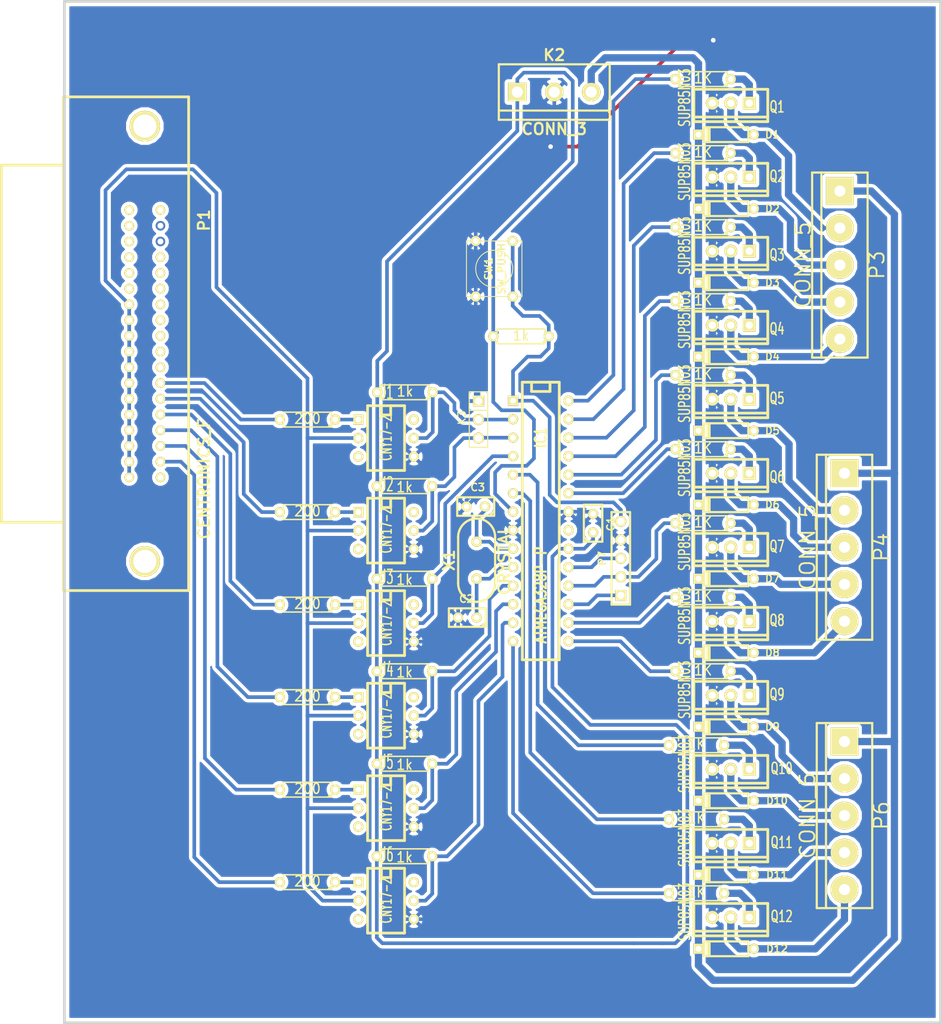
<source format=kicad_pcb>
(kicad_pcb (version 3) (host pcbnew "(2013-mar-13)-testing")
  (layers (15 F.Cu signal) (0 B.Cu signal) (18 B.Paste user) (19 F.Paste user) (20 B.SilkS user) (21 F.SilkS user) (22 B.Mask user) (23 F.Mask user) (28 Edge.Cuts user))
  (net 0 "")
  (net 1 /A1)
  (net 2 /A2)
  (net 3 /A3)
  (net 4 /B1)
  (net 5 /B2)
  (net 6 /B3)
  (net 7 /C1)
  (net 8 /C2)
  (net 9 /C3)
  (net 10 /D1)
  (net 11 /D2)
  (net 12 /D3)
  (net 13 /GND)
  (net 14 /GND2)
  (net 15 /MISO)
  (net 16 /MOSI)
  (net 17 /RST)
  (net 18 /Rx)
  (net 19 /SCK)
  (net 20 /Tx)
  (net 21 /VCC1)
  (net 22 /VCC2)
  (net 23 /X_DIR)
  (net 24 /X_STEP)
  (net 25 /Y_DIR)
  (net 26 /Y_DIR_O)
  (net 27 /Y_STEP)
  (net 28 /Y_STEP_O)
  (net 29 /Z_DIR)
  (net 30 /Z_DIR_O)
  (net 31 /Z_STEP)
  (net 32 /Z_STEP_O)
  (net 33 N-0000010)
  (net 34 N-000002)
  (net 35 N-0000020)
  (net 36 N-0000022)
  (net 37 N-0000023)
  (net 38 N-0000025)
  (net 39 N-0000026)
  (net 40 N-0000027)
  (net 41 N-0000028)
  (net 42 N-0000029)
  (net 43 N-000003)
  (net 44 N-0000031)
  (net 45 N-0000032)
  (net 46 N-0000033)
  (net 47 N-0000034)
  (net 48 N-0000035)
  (net 49 N-0000036)
  (net 50 N-0000037)
  (net 51 N-0000038)
  (net 52 N-0000039)
  (net 53 N-000004)
  (net 54 N-0000040)
  (net 55 N-0000041)
  (net 56 N-0000042)
  (net 57 N-0000043)
  (net 58 N-0000044)
  (net 59 N-0000045)
  (net 60 N-0000046)
  (net 61 N-0000047)
  (net 62 N-0000048)
  (net 63 N-0000049)
  (net 64 N-000005)
  (net 65 N-0000050)
  (net 66 N-0000051)
  (net 67 N-0000052)
  (net 68 N-0000054)
  (net 69 N-0000056)
  (net 70 N-0000057)
  (net 71 N-0000058)
  (net 72 N-0000059)
  (net 73 N-0000064)
  (net 74 N-0000065)
  (net 75 N-0000066)
  (net 76 N-0000067)
  (net 77 N-0000069)
  (net 78 N-0000070)
  (net 79 N-0000071)
  (net 80 N-0000072)
  (net 81 N-0000073)
  (net 82 N-0000075)
  (net 83 N-0000077)
  (net 84 N-0000078)
  (net 85 N-0000080)
  (net 86 N-0000083)
  (net 87 N-0000085)
  (net 88 N-0000086)
  (module C1 (layer F.Cu) (at 154.94 106.172 90)
    (fp_text reference C1 (at -0.1016 2.4384 90) (layer F.SilkS) (effects (font (size 1.016 1.016) (thickness 0.2032))))
    (fp_text value 220n hide)
    (pad 1 thru_hole circle (at -1.27 0 90) (size 1.397 1.397) (drill 0.8128) (layers *.Cu *.Mask F.SilkS) (net 21 /VCC1))
    (pad 2 thru_hole circle (at 1.27 0 90) (size 1.397 1.397) (drill 0.8128) (layers *.Cu *.Mask F.SilkS) (net 14 /GND2))
  )
  (module C1 (layer F.Cu) (at 137.668 119.126 180)
    (fp_text reference C2 (at 0.127 2.5654 180) (layer F.SilkS) (effects (font (size 1.016 1.016) (thickness 0.2032))))
    (fp_text value 22pF hide)
    (pad 1 thru_hole circle (at -1.27 0 180) (size 1.397 1.397) (drill 0.8128) (layers *.Cu *.Mask F.SilkS) (net 81 N-0000073))
    (pad 2 thru_hole circle (at 1.27 0 180) (size 1.397 1.397) (drill 0.8128) (layers *.Cu *.Mask F.SilkS) (net 14 /GND2))
  )
  (module C1 (layer F.Cu) (at 138.811 103.886 180)
    (fp_text reference C3 (at -0.2794 2.6416 180) (layer F.SilkS) (effects (font (size 1.016 1.016) (thickness 0.2032))))
    (fp_text value 22pF hide)
    (pad 1 thru_hole circle (at -1.27 0 180) (size 1.397 1.397) (drill 0.8128) (layers *.Cu *.Mask F.SilkS) (net 77 N-0000069))
    (pad 2 thru_hole circle (at 1.27 0 180) (size 1.397 1.397) (drill 0.8128) (layers *.Cu *.Mask F.SilkS) (net 14 /GND2))
  )
  (module D3 (layer F.Cu) (at 173.228 52.832 180)
    (fp_text reference D1 (at -6.35 0 180) (layer F.SilkS) (effects (font (size 1.016 1.016) (thickness 0.2032))))
    (fp_text value 1N4007 hide)
    (pad 2 thru_hole rect (at 3.81 0 180) (size 1.397 1.397) (drill 0.8128) (layers *.Cu *.Mask F.SilkS) (net 22 /VCC2))
    (pad 1 thru_hole circle (at -3.81 0 180) (size 1.397 1.397) (drill 0.8128) (layers *.Cu *.Mask F.SilkS) (net 87 N-0000085))
  )
  (module D3 (layer F.Cu) (at 173.228 62.992 180)
    (fp_text reference D2 (at -6.35 0 180) (layer F.SilkS) (effects (font (size 1.016 1.016) (thickness 0.2032))))
    (fp_text value 1N4007 hide)
    (pad 2 thru_hole rect (at 3.81 0 180) (size 1.397 1.397) (drill 0.8128) (layers *.Cu *.Mask F.SilkS) (net 22 /VCC2))
    (pad 1 thru_hole circle (at -3.81 0 180) (size 1.397 1.397) (drill 0.8128) (layers *.Cu *.Mask F.SilkS) (net 72 N-0000059))
  )
  (module D3 (layer F.Cu) (at 173.228 73.152 180)
    (fp_text reference D3 (at -6.35 0 180) (layer F.SilkS) (effects (font (size 1.016 1.016) (thickness 0.2032))))
    (fp_text value 1N4007 hide)
    (pad 2 thru_hole rect (at 3.81 0 180) (size 1.397 1.397) (drill 0.8128) (layers *.Cu *.Mask F.SilkS) (net 22 /VCC2))
    (pad 1 thru_hole circle (at -3.81 0 180) (size 1.397 1.397) (drill 0.8128) (layers *.Cu *.Mask F.SilkS) (net 88 N-0000086))
  )
  (module D3 (layer F.Cu) (at 173.228 83.312 180)
    (fp_text reference D4 (at -6.35 0 180) (layer F.SilkS) (effects (font (size 1.016 1.016) (thickness 0.2032))))
    (fp_text value 1N4007 hide)
    (pad 2 thru_hole rect (at 3.81 0 180) (size 1.397 1.397) (drill 0.8128) (layers *.Cu *.Mask F.SilkS) (net 22 /VCC2))
    (pad 1 thru_hole circle (at -3.81 0 180) (size 1.397 1.397) (drill 0.8128) (layers *.Cu *.Mask F.SilkS) (net 39 N-0000026))
  )
  (module D3 (layer F.Cu) (at 173.228 93.472 180)
    (fp_text reference D5 (at -6.35 0 180) (layer F.SilkS) (effects (font (size 1.016 1.016) (thickness 0.2032))))
    (fp_text value 1N4007 hide)
    (pad 2 thru_hole rect (at 3.81 0 180) (size 1.397 1.397) (drill 0.8128) (layers *.Cu *.Mask F.SilkS) (net 22 /VCC2))
    (pad 1 thru_hole circle (at -3.81 0 180) (size 1.397 1.397) (drill 0.8128) (layers *.Cu *.Mask F.SilkS) (net 44 N-0000031))
  )
  (module D3 (layer F.Cu) (at 173.228 103.632 180)
    (fp_text reference D6 (at -6.35 0 180) (layer F.SilkS) (effects (font (size 1.016 1.016) (thickness 0.2032))))
    (fp_text value 1N4007 hide)
    (pad 2 thru_hole rect (at 3.81 0 180) (size 1.397 1.397) (drill 0.8128) (layers *.Cu *.Mask F.SilkS) (net 22 /VCC2))
    (pad 1 thru_hole circle (at -3.81 0 180) (size 1.397 1.397) (drill 0.8128) (layers *.Cu *.Mask F.SilkS) (net 69 N-0000056))
  )
  (module D3 (layer F.Cu) (at 173.228 113.792 180)
    (fp_text reference D7 (at -6.35 0 180) (layer F.SilkS) (effects (font (size 1.016 1.016) (thickness 0.2032))))
    (fp_text value 1N4007 hide)
    (pad 2 thru_hole rect (at 3.81 0 180) (size 1.397 1.397) (drill 0.8128) (layers *.Cu *.Mask F.SilkS) (net 22 /VCC2))
    (pad 1 thru_hole circle (at -3.81 0 180) (size 1.397 1.397) (drill 0.8128) (layers *.Cu *.Mask F.SilkS) (net 71 N-0000058))
  )
  (module D3 (layer F.Cu) (at 173.228 123.952 180)
    (fp_text reference D8 (at -6.35 0 180) (layer F.SilkS) (effects (font (size 1.016 1.016) (thickness 0.2032))))
    (fp_text value 1N4007 hide)
    (pad 2 thru_hole rect (at 3.81 0 180) (size 1.397 1.397) (drill 0.8128) (layers *.Cu *.Mask F.SilkS) (net 22 /VCC2))
    (pad 1 thru_hole circle (at -3.81 0 180) (size 1.397 1.397) (drill 0.8128) (layers *.Cu *.Mask F.SilkS) (net 70 N-0000057))
  )
  (module D3 (layer F.Cu) (at 173.228 134.112 180)
    (fp_text reference D9 (at -6.35 0 180) (layer F.SilkS) (effects (font (size 1.016 1.016) (thickness 0.2032))))
    (fp_text value 1N4007 hide)
    (pad 2 thru_hole rect (at 3.81 0 180) (size 1.397 1.397) (drill 0.8128) (layers *.Cu *.Mask F.SilkS) (net 22 /VCC2))
    (pad 1 thru_hole circle (at -3.81 0 180) (size 1.397 1.397) (drill 0.8128) (layers *.Cu *.Mask F.SilkS) (net 78 N-0000070))
  )
  (module D3 (layer F.Cu) (at 173.228 144.272 180)
    (fp_text reference D10 (at -6.985 0 180) (layer F.SilkS) (effects (font (size 1.016 1.016) (thickness 0.2032))))
    (fp_text value 1N4007 hide)
    (pad 2 thru_hole rect (at 3.81 0 180) (size 1.397 1.397) (drill 0.8128) (layers *.Cu *.Mask F.SilkS) (net 22 /VCC2))
    (pad 1 thru_hole circle (at -3.81 0 180) (size 1.397 1.397) (drill 0.8128) (layers *.Cu *.Mask F.SilkS) (net 42 N-0000029))
  )
  (module D3 (layer F.Cu) (at 173.228 154.432 180)
    (fp_text reference D11 (at -6.985 0 180) (layer F.SilkS) (effects (font (size 1.016 1.016) (thickness 0.2032))))
    (fp_text value 1N4007 hide)
    (pad 2 thru_hole rect (at 3.81 0 180) (size 1.397 1.397) (drill 0.8128) (layers *.Cu *.Mask F.SilkS) (net 22 /VCC2))
    (pad 1 thru_hole circle (at -3.81 0 180) (size 1.397 1.397) (drill 0.8128) (layers *.Cu *.Mask F.SilkS) (net 79 N-0000071))
  )
  (module D3 (layer F.Cu) (at 173.228 164.592 180)
    (fp_text reference D12 (at -6.985 0 180) (layer F.SilkS) (effects (font (size 1.016 1.016) (thickness 0.2032))))
    (fp_text value 1N4007 hide)
    (pad 2 thru_hole rect (at 3.81 0 180) (size 1.397 1.397) (drill 0.8128) (layers *.Cu *.Mask F.SilkS) (net 22 /VCC2))
    (pad 1 thru_hole circle (at -3.81 0 180) (size 1.397 1.397) (drill 0.8128) (layers *.Cu *.Mask F.SilkS) (net 80 N-0000072))
  )
  (module bornier3 (layer F.Cu) (at 149.606 46.99)
    (fp_text reference K2 (at 0 -5.08) (layer F.SilkS) (effects (font (thickness 0.3048))))
    (fp_text value CONN_3 (at 0 5.08) (layer F.SilkS) (effects (font (thickness 0.3048))))
    (pad 1 thru_hole rect (at -5.08 0) (size 2.54 2.54) (drill 1.524) (layers *.Cu *.Mask F.SilkS) (net 21 /VCC1))
    (pad 2 thru_hole circle (at 0 0) (size 2.54 2.54) (drill 1.524) (layers *.Cu *.Mask F.SilkS) (net 14 /GND2))
    (pad 3 thru_hole circle (at 5.08 0) (size 2.54 2.54) (drill 1.524) (layers *.Cu *.Mask F.SilkS) (net 22 /VCC2))
  )
  (module PIN_ARRAY_3X1 (layer F.Cu) (at 139.192 91.948 270)
    (fp_text reference K3 (at -0.254 2.286 270) (layer F.SilkS) (effects (font (size 1.016 1.016) (thickness 0.1524))))
    (fp_text value CONN_3 hide)
    (pad 1 thru_hole rect (at -2.54 0 270) (size 1.524 1.524) (drill 1.016) (layers *.Cu *.Mask F.SilkS) (net 14 /GND2))
    (pad 2 thru_hole circle (at 0 0 270) (size 1.524 1.524) (drill 1.016) (layers *.Cu *.Mask F.SilkS) (net 18 /Rx))
    (pad 3 thru_hole circle (at 2.54 0 270) (size 1.524 1.524) (drill 1.016) (layers *.Cu *.Mask F.SilkS) (net 20 /Tx))
  )
  (module CENTRONICS_F (layer F.Cu) (at 93.345 81.534 270)
    (fp_text reference P1 (at -16.9418 -8.128 270) (layer F.SilkS) (effects (font (thickness 0.3048))))
    (fp_text value CENTRONICS_F (at 18.5674 -8.128 270) (layer F.SilkS) (effects (font (thickness 0.3048))))
    (pad 36 thru_hole circle (at -18.3515 2.1463 270) (size 1.3208 1.3208) (drill 0.8128) (layers *.Cu *.Mask F.SilkS) (net 57 N-0000043))
    (pad 35 thru_hole circle (at -16.1925 2.1463 270) (size 1.3208 1.3208) (drill 0.8128) (layers *.Cu *.Mask F.SilkS) (net 58 N-0000044))
    (pad 34 thru_hole circle (at -14.0335 2.1463 270) (size 1.3208 1.3208) (drill 0.8128) (layers *.Cu *.Mask F.SilkS) (net 59 N-0000045))
    (pad 33 thru_hole circle (at -11.8745 2.1463 270) (size 1.3208 1.3208) (drill 0.8128) (layers *.Cu *.Mask F.SilkS) (net 60 N-0000046))
    (pad 32 thru_hole circle (at -9.7155 2.1463 270) (size 1.3208 1.3208) (drill 0.8128) (layers *.Cu *.Mask F.SilkS) (net 61 N-0000047))
    (pad 31 thru_hole circle (at -7.5565 2.1463 270) (size 1.3208 1.3208) (drill 0.8128) (layers *.Cu *.Mask F.SilkS) (net 62 N-0000048))
    (pad 30 thru_hole circle (at -5.3975 2.1463 270) (size 1.3208 1.3208) (drill 0.8128) (layers *.Cu *.Mask F.SilkS) (net 13 /GND))
    (pad 29 thru_hole circle (at -3.2385 2.1463 270) (size 1.3208 1.3208) (drill 0.8128) (layers *.Cu *.Mask F.SilkS) (net 13 /GND))
    (pad 28 thru_hole circle (at -1.0795 2.1463 270) (size 1.3208 1.3208) (drill 0.8128) (layers *.Cu *.Mask F.SilkS) (net 13 /GND))
    (pad 27 thru_hole circle (at 1.0795 2.1463 270) (size 1.3208 1.3208) (drill 0.8128) (layers *.Cu *.Mask F.SilkS) (net 13 /GND))
    (pad 26 thru_hole circle (at 3.2385 2.1463 270) (size 1.3208 1.3208) (drill 0.8128) (layers *.Cu *.Mask F.SilkS) (net 13 /GND))
    (pad 25 thru_hole circle (at 5.3975 2.1463 270) (size 1.3208 1.3208) (drill 0.8128) (layers *.Cu *.Mask F.SilkS) (net 13 /GND))
    (pad 24 thru_hole circle (at 7.5565 2.1463 270) (size 1.3208 1.3208) (drill 0.8128) (layers *.Cu *.Mask F.SilkS) (net 13 /GND))
    (pad 23 thru_hole circle (at 9.7155 2.1463 270) (size 1.3208 1.3208) (drill 0.8128) (layers *.Cu *.Mask F.SilkS) (net 13 /GND))
    (pad 22 thru_hole circle (at 11.8745 2.1463 270) (size 1.3208 1.3208) (drill 0.8128) (layers *.Cu *.Mask F.SilkS) (net 13 /GND))
    (pad 21 thru_hole circle (at 14.0335 2.1463 270) (size 1.3208 1.3208) (drill 0.8128) (layers *.Cu *.Mask F.SilkS) (net 13 /GND))
    (pad 20 thru_hole circle (at 16.1925 2.1463 270) (size 1.3208 1.3208) (drill 0.8128) (layers *.Cu *.Mask F.SilkS) (net 13 /GND))
    (pad 19 thru_hole circle (at 18.3515 2.1463 270) (size 1.3208 1.3208) (drill 0.8128) (layers *.Cu *.Mask F.SilkS) (net 13 /GND))
    (pad 1 thru_hole circle (at 18.3515 -2.1463 270) (size 1.3208 1.3208) (drill 0.8128) (layers *.Cu *.Mask F.SilkS) (net 63 N-0000049))
    (pad 2 thru_hole circle (at 16.1925 -2.1463 270) (size 1.3208 1.3208) (drill 0.8128) (layers *.Cu *.Mask F.SilkS) (net 29 /Z_DIR))
    (pad 3 thru_hole circle (at 14.0335 -2.1463 270) (size 1.3208 1.3208) (drill 0.8128) (layers *.Cu *.Mask F.SilkS) (net 31 /Z_STEP))
    (pad 4 thru_hole circle (at 11.8745 -2.1463 270) (size 1.3208 1.3208) (drill 0.8128) (layers *.Cu *.Mask F.SilkS) (net 25 /Y_DIR))
    (pad 5 thru_hole circle (at 9.7155 -2.1463 270) (size 1.3208 1.3208) (drill 0.8128) (layers *.Cu *.Mask F.SilkS) (net 27 /Y_STEP))
    (pad 6 thru_hole circle (at 7.5565 -2.1463 270) (size 1.3208 1.3208) (drill 0.8128) (layers *.Cu *.Mask F.SilkS) (net 23 /X_DIR))
    (pad 7 thru_hole circle (at 5.3975 -2.1463 270) (size 1.3208 1.3208) (drill 0.8128) (layers *.Cu *.Mask F.SilkS) (net 24 /X_STEP))
    (pad 8 thru_hole circle (at 3.2385 -2.1463 270) (size 1.3208 1.3208) (drill 0.8128) (layers *.Cu *.Mask F.SilkS) (net 46 N-0000033))
    (pad 9 thru_hole circle (at 1.0795 -2.1463 270) (size 1.3208 1.3208) (drill 0.8128) (layers *.Cu *.Mask F.SilkS) (net 47 N-0000034))
    (pad 10 thru_hole circle (at -1.0795 -2.1463 270) (size 1.3208 1.3208) (drill 0.8128) (layers *.Cu *.Mask F.SilkS) (net 48 N-0000035))
    (pad 11 thru_hole circle (at -3.2385 -2.1463 270) (size 1.3208 1.3208) (drill 0.8128) (layers *.Cu *.Mask F.SilkS) (net 49 N-0000036))
    (pad 12 thru_hole circle (at -5.3975 -2.1463 270) (size 1.3208 1.3208) (drill 0.8128) (layers *.Cu *.Mask F.SilkS) (net 50 N-0000037))
    (pad 13 thru_hole circle (at -7.5565 -2.1463 270) (size 1.3208 1.3208) (drill 0.8128) (layers *.Cu *.Mask F.SilkS) (net 51 N-0000038))
    (pad 14 thru_hole circle (at -9.7155 -2.1463 270) (size 1.3208 1.3208) (drill 0.8128) (layers *.Cu *.Mask F.SilkS) (net 52 N-0000039))
    (pad 15 thru_hole circle (at -11.8745 -2.1463 270) (size 1.3208 1.3208) (drill 0.8128) (layers *.Cu *.Mask F.SilkS) (net 54 N-0000040))
    (pad 16 thru_hole circle (at -14.0335 -2.1463 270) (size 1.3208 1.3208) (drill 0.8128) (layers *.Cu) (net 55 N-0000041))
    (pad 17 thru_hole circle (at -16.1925 -2.1463 270) (size 1.3208 1.3208) (drill 0.8128) (layers *.Cu) (net 45 N-0000032))
    (pad 18 thru_hole circle (at -18.3515 -2.1463 270) (size 1.3208 1.3208) (drill 0.8128) (layers *.Cu *.Mask F.SilkS) (net 56 N-0000042))
    (pad "" thru_hole circle (at 29.8704 0 270) (size 4.191 4.191) (drill 3.175) (layers *.Cu *.Mask F.SilkS))
    (pad "" thru_hole circle (at -29.8704 0 270) (size 4.191 4.191) (drill 3.175) (layers *.Cu *.Mask F.SilkS))
  )
  (module bornier5 (layer F.Cu) (at 188.849 70.739 270)
    (fp_text reference P3 (at 0 -5.08 270) (layer F.SilkS) (effects (font (size 2.032 2.032) (thickness 0.254))))
    (fp_text value CONN_5 (at 0 5.08 270) (layer F.SilkS) (effects (font (size 2.032 2.032) (thickness 0.254))))
    (pad 2 thru_hole circle (at -5.08 0 270) (size 3.81 3.81) (drill 1.524) (layers *.Cu *.Mask F.SilkS) (net 87 N-0000085))
    (pad 3 thru_hole circle (at 0 0 270) (size 3.81 3.81) (drill 1.524) (layers *.Cu *.Mask F.SilkS) (net 72 N-0000059))
    (pad 1 thru_hole rect (at -10.16 0 270) (size 3.81 3.81) (drill 1.524) (layers *.Cu *.Mask F.SilkS) (net 22 /VCC2))
    (pad 4 thru_hole circle (at 5.08 0 270) (size 3.81 3.81) (drill 1.524) (layers *.Cu *.Mask F.SilkS) (net 88 N-0000086))
    (pad 5 thru_hole circle (at 10.16 0 270) (size 3.81 3.81) (drill 1.524) (layers *.Cu *.Mask F.SilkS) (net 39 N-0000026))
  )
  (module bornier5 (layer F.Cu) (at 189.484 109.474 270)
    (fp_text reference P4 (at 0 -5.08 270) (layer F.SilkS) (effects (font (size 2.032 2.032) (thickness 0.254))))
    (fp_text value CONN_5 (at 0 5.08 270) (layer F.SilkS) (effects (font (size 2.032 2.032) (thickness 0.254))))
    (pad 2 thru_hole circle (at -5.08 0 270) (size 3.81 3.81) (drill 1.524) (layers *.Cu *.Mask F.SilkS) (net 44 N-0000031))
    (pad 3 thru_hole circle (at 0 0 270) (size 3.81 3.81) (drill 1.524) (layers *.Cu *.Mask F.SilkS) (net 69 N-0000056))
    (pad 1 thru_hole rect (at -10.16 0 270) (size 3.81 3.81) (drill 1.524) (layers *.Cu *.Mask F.SilkS) (net 22 /VCC2))
    (pad 4 thru_hole circle (at 5.08 0 270) (size 3.81 3.81) (drill 1.524) (layers *.Cu *.Mask F.SilkS) (net 71 N-0000058))
    (pad 5 thru_hole circle (at 10.16 0 270) (size 3.81 3.81) (drill 1.524) (layers *.Cu *.Mask F.SilkS) (net 70 N-0000057))
  )
  (module bornier5 (layer F.Cu) (at 189.484 146.304 270)
    (fp_text reference P6 (at 0 -5.08 270) (layer F.SilkS) (effects (font (size 2.032 2.032) (thickness 0.254))))
    (fp_text value CONN_5 (at 0 5.08 270) (layer F.SilkS) (effects (font (size 2.032 2.032) (thickness 0.254))))
    (pad 2 thru_hole circle (at -5.08 0 270) (size 3.81 3.81) (drill 1.524) (layers *.Cu *.Mask F.SilkS) (net 78 N-0000070))
    (pad 3 thru_hole circle (at 0 0 270) (size 3.81 3.81) (drill 1.524) (layers *.Cu *.Mask F.SilkS) (net 42 N-0000029))
    (pad 1 thru_hole rect (at -10.16 0 270) (size 3.81 3.81) (drill 1.524) (layers *.Cu *.Mask F.SilkS) (net 22 /VCC2))
    (pad 4 thru_hole circle (at 5.08 0 270) (size 3.81 3.81) (drill 1.524) (layers *.Cu *.Mask F.SilkS) (net 79 N-0000071))
    (pad 5 thru_hole circle (at 10.16 0 270) (size 3.81 3.81) (drill 1.524) (layers *.Cu *.Mask F.SilkS) (net 80 N-0000072))
  )
  (module PIN_ARRAY_5x1 (layer F.Cu) (at 158.75 110.998 90)
    (fp_text reference P7 (at 0 -2.54 90) (layer F.SilkS) (effects (font (size 1.016 1.016) (thickness 0.2032))))
    (fp_text value CONN_5 hide)
    (pad 1 thru_hole rect (at -5.08 0 90) (size 1.524 1.524) (drill 1.016) (layers *.Cu *.Mask F.SilkS) (net 16 /MOSI))
    (pad 2 thru_hole circle (at -2.54 0 90) (size 1.524 1.524) (drill 1.016) (layers *.Cu *.Mask F.SilkS) (net 15 /MISO))
    (pad 3 thru_hole circle (at 0 0 90) (size 1.524 1.524) (drill 1.016) (layers *.Cu *.Mask F.SilkS) (net 19 /SCK))
    (pad 4 thru_hole circle (at 2.54 0 90) (size 1.524 1.524) (drill 1.016) (layers *.Cu *.Mask F.SilkS) (net 14 /GND2))
    (pad 5 thru_hole circle (at 5.08 0 90) (size 1.524 1.524) (drill 1.016) (layers *.Cu *.Mask F.SilkS) (net 17 /RST))
  )
  (module TO220_VERT_GDS (layer F.Cu) (at 173.863 48.387 90)
    (fp_text reference Q1 (at -0.635 6.35 180) (layer F.SilkS) (effects (font (size 1.524 1.016) (thickness 0.2032))))
    (fp_text value SUP85N03 (at 0.635 -6.35 90) (layer F.SilkS) (effects (font (size 1.524 1.016) (thickness 0.2032))))
    (pad 3 thru_hole circle (at -0.127 -2.54 270) (size 1.778 1.778) (drill 1.016) (layers *.Cu *.Mask F.SilkS) (net 14 /GND2))
    (pad 2 thru_hole circle (at -0.127 0 270) (size 1.778 1.778) (drill 1.016) (layers *.Cu *.Mask F.SilkS) (net 87 N-0000085))
    (pad 1 thru_hole rect (at -0.127 2.54 270) (size 1.778 1.778) (drill 1.016) (layers *.Cu *.Mask F.SilkS) (net 1 /A1))
  )
  (module TO220_VERT_GDS (layer F.Cu) (at 173.863 58.547 90)
    (fp_text reference Q2 (at 0 6.35 180) (layer F.SilkS) (effects (font (size 1.524 1.016) (thickness 0.2032))))
    (fp_text value SUP85N03 (at 0.635 -6.35 90) (layer F.SilkS) (effects (font (size 1.524 1.016) (thickness 0.2032))))
    (pad 3 thru_hole circle (at -0.127 -2.54 270) (size 1.778 1.778) (drill 1.016) (layers *.Cu *.Mask F.SilkS) (net 14 /GND2))
    (pad 2 thru_hole circle (at -0.127 0 270) (size 1.778 1.778) (drill 1.016) (layers *.Cu *.Mask F.SilkS) (net 72 N-0000059))
    (pad 1 thru_hole rect (at -0.127 2.54 270) (size 1.778 1.778) (drill 1.016) (layers *.Cu *.Mask F.SilkS) (net 4 /B1))
  )
  (module TO220_VERT_GDS (layer F.Cu) (at 173.863 68.707 90)
    (fp_text reference Q3 (at -0.635 6.35 180) (layer F.SilkS) (effects (font (size 1.524 1.016) (thickness 0.2032))))
    (fp_text value SUP85N03 (at 0.635 -6.35 90) (layer F.SilkS) (effects (font (size 1.524 1.016) (thickness 0.2032))))
    (pad 3 thru_hole circle (at -0.127 -2.54 270) (size 1.778 1.778) (drill 1.016) (layers *.Cu *.Mask F.SilkS) (net 14 /GND2))
    (pad 2 thru_hole circle (at -0.127 0 270) (size 1.778 1.778) (drill 1.016) (layers *.Cu *.Mask F.SilkS) (net 88 N-0000086))
    (pad 1 thru_hole rect (at -0.127 2.54 270) (size 1.778 1.778) (drill 1.016) (layers *.Cu *.Mask F.SilkS) (net 7 /C1))
  )
  (module TO220_VERT_GDS (layer F.Cu) (at 173.863 78.867 90)
    (fp_text reference Q4 (at -0.635 6.35 180) (layer F.SilkS) (effects (font (size 1.524 1.016) (thickness 0.2032))))
    (fp_text value SUP85N03 (at 0.635 -6.35 90) (layer F.SilkS) (effects (font (size 1.524 1.016) (thickness 0.2032))))
    (pad 3 thru_hole circle (at -0.127 -2.54 270) (size 1.778 1.778) (drill 1.016) (layers *.Cu *.Mask F.SilkS) (net 14 /GND2))
    (pad 2 thru_hole circle (at -0.127 0 270) (size 1.778 1.778) (drill 1.016) (layers *.Cu *.Mask F.SilkS) (net 39 N-0000026))
    (pad 1 thru_hole rect (at -0.127 2.54 270) (size 1.778 1.778) (drill 1.016) (layers *.Cu *.Mask F.SilkS) (net 10 /D1))
  )
  (module TO220_VERT_GDS (layer F.Cu) (at 173.863 89.027 90)
    (fp_text reference Q5 (at 0 6.35 180) (layer F.SilkS) (effects (font (size 1.524 1.016) (thickness 0.2032))))
    (fp_text value SUP85N03 (at 0.635 -6.35 90) (layer F.SilkS) (effects (font (size 1.524 1.016) (thickness 0.2032))))
    (pad 3 thru_hole circle (at -0.127 -2.54 270) (size 1.778 1.778) (drill 1.016) (layers *.Cu *.Mask F.SilkS) (net 14 /GND2))
    (pad 2 thru_hole circle (at -0.127 0 270) (size 1.778 1.778) (drill 1.016) (layers *.Cu *.Mask F.SilkS) (net 44 N-0000031))
    (pad 1 thru_hole rect (at -0.127 2.54 270) (size 1.778 1.778) (drill 1.016) (layers *.Cu *.Mask F.SilkS) (net 2 /A2))
  )
  (module TO220_VERT_GDS (layer F.Cu) (at 173.863 99.187 90)
    (fp_text reference Q6 (at -0.635 6.35 180) (layer F.SilkS) (effects (font (size 1.524 1.016) (thickness 0.2032))))
    (fp_text value SUP85N03 (at 0.635 -6.35 90) (layer F.SilkS) (effects (font (size 1.524 1.016) (thickness 0.2032))))
    (pad 3 thru_hole circle (at -0.127 -2.54 270) (size 1.778 1.778) (drill 1.016) (layers *.Cu *.Mask F.SilkS) (net 14 /GND2))
    (pad 2 thru_hole circle (at -0.127 0 270) (size 1.778 1.778) (drill 1.016) (layers *.Cu *.Mask F.SilkS) (net 69 N-0000056))
    (pad 1 thru_hole rect (at -0.127 2.54 270) (size 1.778 1.778) (drill 1.016) (layers *.Cu *.Mask F.SilkS) (net 5 /B2))
  )
  (module TO220_VERT_GDS (layer F.Cu) (at 173.863 109.347 90)
    (fp_text reference Q7 (at 0 6.35 180) (layer F.SilkS) (effects (font (size 1.524 1.016) (thickness 0.2032))))
    (fp_text value SUP85N03 (at 0.635 -6.35 90) (layer F.SilkS) (effects (font (size 1.524 1.016) (thickness 0.2032))))
    (pad 3 thru_hole circle (at -0.127 -2.54 270) (size 1.778 1.778) (drill 1.016) (layers *.Cu *.Mask F.SilkS) (net 14 /GND2))
    (pad 2 thru_hole circle (at -0.127 0 270) (size 1.778 1.778) (drill 1.016) (layers *.Cu *.Mask F.SilkS) (net 71 N-0000058))
    (pad 1 thru_hole rect (at -0.127 2.54 270) (size 1.778 1.778) (drill 1.016) (layers *.Cu *.Mask F.SilkS) (net 8 /C2))
  )
  (module TO220_VERT_GDS (layer F.Cu) (at 173.863 119.507 90)
    (fp_text reference Q8 (at 0 6.35 180) (layer F.SilkS) (effects (font (size 1.524 1.016) (thickness 0.2032))))
    (fp_text value SUP85N03 (at 0.635 -6.35 90) (layer F.SilkS) (effects (font (size 1.524 1.016) (thickness 0.2032))))
    (pad 3 thru_hole circle (at -0.127 -2.54 270) (size 1.778 1.778) (drill 1.016) (layers *.Cu *.Mask F.SilkS) (net 14 /GND2))
    (pad 2 thru_hole circle (at -0.127 0 270) (size 1.778 1.778) (drill 1.016) (layers *.Cu *.Mask F.SilkS) (net 70 N-0000057))
    (pad 1 thru_hole rect (at -0.127 2.54 270) (size 1.778 1.778) (drill 1.016) (layers *.Cu *.Mask F.SilkS) (net 11 /D2))
  )
  (module TO220_VERT_GDS (layer F.Cu) (at 173.863 129.667 90)
    (fp_text reference Q9 (at 0 6.35 180) (layer F.SilkS) (effects (font (size 1.524 1.016) (thickness 0.2032))))
    (fp_text value SUP85N03 (at 0.635 -6.35 90) (layer F.SilkS) (effects (font (size 1.524 1.016) (thickness 0.2032))))
    (pad 3 thru_hole circle (at -0.127 -2.54 270) (size 1.778 1.778) (drill 1.016) (layers *.Cu *.Mask F.SilkS) (net 14 /GND2))
    (pad 2 thru_hole circle (at -0.127 0 270) (size 1.778 1.778) (drill 1.016) (layers *.Cu *.Mask F.SilkS) (net 78 N-0000070))
    (pad 1 thru_hole rect (at -0.127 2.54 270) (size 1.778 1.778) (drill 1.016) (layers *.Cu *.Mask F.SilkS) (net 3 /A3))
  )
  (module TO220_VERT_GDS (layer F.Cu) (at 173.863 139.827 90)
    (fp_text reference Q10 (at 0 6.985 180) (layer F.SilkS) (effects (font (size 1.524 1.016) (thickness 0.2032))))
    (fp_text value SUP85N03 (at 0.635 -6.35 90) (layer F.SilkS) (effects (font (size 1.524 1.016) (thickness 0.2032))))
    (pad 3 thru_hole circle (at -0.127 -2.54 270) (size 1.778 1.778) (drill 1.016) (layers *.Cu *.Mask F.SilkS) (net 14 /GND2))
    (pad 2 thru_hole circle (at -0.127 0 270) (size 1.778 1.778) (drill 1.016) (layers *.Cu *.Mask F.SilkS) (net 42 N-0000029))
    (pad 1 thru_hole rect (at -0.127 2.54 270) (size 1.778 1.778) (drill 1.016) (layers *.Cu *.Mask F.SilkS) (net 6 /B3))
  )
  (module TO220_VERT_GDS (layer F.Cu) (at 173.863 149.987 90)
    (fp_text reference Q11 (at 0 6.985 180) (layer F.SilkS) (effects (font (size 1.524 1.016) (thickness 0.2032))))
    (fp_text value SUP85N03 (at 0.635 -6.35 90) (layer F.SilkS) (effects (font (size 1.524 1.016) (thickness 0.2032))))
    (pad 3 thru_hole circle (at -0.127 -2.54 270) (size 1.778 1.778) (drill 1.016) (layers *.Cu *.Mask F.SilkS) (net 14 /GND2))
    (pad 2 thru_hole circle (at -0.127 0 270) (size 1.778 1.778) (drill 1.016) (layers *.Cu *.Mask F.SilkS) (net 79 N-0000071))
    (pad 1 thru_hole rect (at -0.127 2.54 270) (size 1.778 1.778) (drill 1.016) (layers *.Cu *.Mask F.SilkS) (net 9 /C3))
  )
  (module TO220_VERT_GDS (layer F.Cu) (at 173.863 160.147 90)
    (fp_text reference Q12 (at 0 6.985 180) (layer F.SilkS) (effects (font (size 1.524 1.016) (thickness 0.2032))))
    (fp_text value SUP85N03 (at 0.635 -6.35 90) (layer F.SilkS) (effects (font (size 1.524 1.016) (thickness 0.2032))))
    (pad 3 thru_hole circle (at -0.127 -2.54 270) (size 1.778 1.778) (drill 1.016) (layers *.Cu *.Mask F.SilkS) (net 14 /GND2))
    (pad 2 thru_hole circle (at -0.127 0 270) (size 1.778 1.778) (drill 1.016) (layers *.Cu *.Mask F.SilkS) (net 80 N-0000072))
    (pad 1 thru_hole rect (at -0.127 2.54 270) (size 1.778 1.778) (drill 1.016) (layers *.Cu *.Mask F.SilkS) (net 12 /D3))
  )
  (module R3 (layer F.Cu) (at 115.697 91.948 180)
    (fp_text reference R1 hide)
    (fp_text value 200 (at 0 0.127 180) (layer F.SilkS) (effects (font (size 1.397 1.27) (thickness 0.2032))))
    (pad 1 thru_hole circle (at -3.81 0 180) (size 1.397 1.397) (drill 0.8128) (layers *.Cu *.Mask F.SilkS) (net 40 N-0000027))
    (pad 2 thru_hole circle (at 3.81 0 180) (size 1.397 1.397) (drill 0.8128) (layers *.Cu *.Mask F.SilkS) (net 24 /X_STEP))
  )
  (module R3 (layer F.Cu) (at 115.697 104.648 180)
    (fp_text reference R2 hide)
    (fp_text value 200 (at 0 0.127 180) (layer F.SilkS) (effects (font (size 1.397 1.27) (thickness 0.2032))))
    (pad 1 thru_hole circle (at -3.81 0 180) (size 1.397 1.397) (drill 0.8128) (layers *.Cu *.Mask F.SilkS) (net 36 N-0000022))
    (pad 2 thru_hole circle (at 3.81 0 180) (size 1.397 1.397) (drill 0.8128) (layers *.Cu *.Mask F.SilkS) (net 23 /X_DIR))
  )
  (module R3 (layer F.Cu) (at 115.697 117.348 180)
    (fp_text reference R3 hide)
    (fp_text value 200 (at 0 0.127 180) (layer F.SilkS) (effects (font (size 1.397 1.27) (thickness 0.2032))))
    (pad 1 thru_hole circle (at -3.81 0 180) (size 1.397 1.397) (drill 0.8128) (layers *.Cu *.Mask F.SilkS) (net 68 N-0000054))
    (pad 2 thru_hole circle (at 3.81 0 180) (size 1.397 1.397) (drill 0.8128) (layers *.Cu *.Mask F.SilkS) (net 27 /Y_STEP))
  )
  (module R3 (layer F.Cu) (at 115.697 130.048 180)
    (fp_text reference R4 hide)
    (fp_text value 200 (at 0 0.127 180) (layer F.SilkS) (effects (font (size 1.397 1.27) (thickness 0.2032))))
    (pad 1 thru_hole circle (at -3.81 0 180) (size 1.397 1.397) (drill 0.8128) (layers *.Cu *.Mask F.SilkS) (net 37 N-0000023))
    (pad 2 thru_hole circle (at 3.81 0 180) (size 1.397 1.397) (drill 0.8128) (layers *.Cu *.Mask F.SilkS) (net 25 /Y_DIR))
  )
  (module R3 (layer F.Cu) (at 115.697 142.748 180)
    (fp_text reference R5 hide)
    (fp_text value 200 (at 0 0.127 180) (layer F.SilkS) (effects (font (size 1.397 1.27) (thickness 0.2032))))
    (pad 1 thru_hole circle (at -3.81 0 180) (size 1.397 1.397) (drill 0.8128) (layers *.Cu *.Mask F.SilkS) (net 41 N-0000028))
    (pad 2 thru_hole circle (at 3.81 0 180) (size 1.397 1.397) (drill 0.8128) (layers *.Cu *.Mask F.SilkS) (net 31 /Z_STEP))
  )
  (module R3 (layer F.Cu) (at 115.697 155.448 180)
    (fp_text reference R6 hide)
    (fp_text value 200 (at 0 0.127 180) (layer F.SilkS) (effects (font (size 1.397 1.27) (thickness 0.2032))))
    (pad 1 thru_hole circle (at -3.81 0 180) (size 1.397 1.397) (drill 0.8128) (layers *.Cu *.Mask F.SilkS) (net 38 N-0000025))
    (pad 2 thru_hole circle (at 3.81 0 180) (size 1.397 1.397) (drill 0.8128) (layers *.Cu *.Mask F.SilkS) (net 29 /Z_DIR))
  )
  (module R3 (layer F.Cu) (at 129.0955 88.2015 180)
    (fp_text reference R7 hide)
    (fp_text value 1k (at 0 0.127 180) (layer F.SilkS) (effects (font (size 1.397 1.27) (thickness 0.2032))))
    (pad 1 thru_hole circle (at -3.81 0 180) (size 1.397 1.397) (drill 0.8128) (layers *.Cu *.Mask F.SilkS) (net 18 /Rx))
    (pad 2 thru_hole circle (at 3.81 0 180) (size 1.397 1.397) (drill 0.8128) (layers *.Cu *.Mask F.SilkS) (net 21 /VCC1))
  )
  (module R3 (layer F.Cu) (at 129.032 101.092)
    (fp_text reference R8 hide)
    (fp_text value 1k (at 0 0.127) (layer F.SilkS) (effects (font (size 1.397 1.27) (thickness 0.2032))))
    (pad 1 thru_hole circle (at -3.81 0) (size 1.397 1.397) (drill 0.8128) (layers *.Cu *.Mask F.SilkS) (net 21 /VCC1))
    (pad 2 thru_hole circle (at 3.81 0) (size 1.397 1.397) (drill 0.8128) (layers *.Cu *.Mask F.SilkS) (net 20 /Tx))
  )
  (module R3 (layer F.Cu) (at 129.032 113.792)
    (fp_text reference R9 hide)
    (fp_text value 1k (at 0 0.127) (layer F.SilkS) (effects (font (size 1.397 1.27) (thickness 0.2032))))
    (pad 1 thru_hole circle (at -3.81 0) (size 1.397 1.397) (drill 0.8128) (layers *.Cu *.Mask F.SilkS) (net 21 /VCC1))
    (pad 2 thru_hole circle (at 3.81 0) (size 1.397 1.397) (drill 0.8128) (layers *.Cu *.Mask F.SilkS) (net 28 /Y_STEP_O))
  )
  (module R3 (layer F.Cu) (at 129.032 126.492)
    (fp_text reference R10 hide)
    (fp_text value 1k (at 0 0.127) (layer F.SilkS) (effects (font (size 1.397 1.27) (thickness 0.2032))))
    (pad 1 thru_hole circle (at -3.81 0) (size 1.397 1.397) (drill 0.8128) (layers *.Cu *.Mask F.SilkS) (net 21 /VCC1))
    (pad 2 thru_hole circle (at 3.81 0) (size 1.397 1.397) (drill 0.8128) (layers *.Cu *.Mask F.SilkS) (net 26 /Y_DIR_O))
  )
  (module R3 (layer F.Cu) (at 129.032 139.192)
    (fp_text reference R11 hide)
    (fp_text value 1k (at 0 0.127) (layer F.SilkS) (effects (font (size 1.397 1.27) (thickness 0.2032))))
    (pad 1 thru_hole circle (at -3.81 0) (size 1.397 1.397) (drill 0.8128) (layers *.Cu *.Mask F.SilkS) (net 21 /VCC1))
    (pad 2 thru_hole circle (at 3.81 0) (size 1.397 1.397) (drill 0.8128) (layers *.Cu *.Mask F.SilkS) (net 32 /Z_STEP_O))
  )
  (module R3 (layer F.Cu) (at 129.032 151.892)
    (fp_text reference R12 hide)
    (fp_text value 1k (at 0 0.127) (layer F.SilkS) (effects (font (size 1.397 1.27) (thickness 0.2032))))
    (pad 1 thru_hole circle (at -3.81 0) (size 1.397 1.397) (drill 0.8128) (layers *.Cu *.Mask F.SilkS) (net 21 /VCC1))
    (pad 2 thru_hole circle (at 3.81 0) (size 1.397 1.397) (drill 0.8128) (layers *.Cu *.Mask F.SilkS) (net 30 /Z_DIR_O))
  )
  (module R3 (layer F.Cu) (at 170.053 45.212 180)
    (fp_text reference R14 hide)
    (fp_text value 1K (at 0 0.127 180) (layer F.SilkS) (effects (font (size 1.397 1.27) (thickness 0.2032))))
    (pad 1 thru_hole circle (at -3.81 0 180) (size 1.397 1.397) (drill 0.8128) (layers *.Cu *.Mask F.SilkS) (net 1 /A1))
    (pad 2 thru_hole circle (at 3.81 0 180) (size 1.397 1.397) (drill 0.8128) (layers *.Cu *.Mask F.SilkS) (net 82 N-0000075))
  )
  (module R3 (layer F.Cu) (at 170.053 55.372 180)
    (fp_text reference R15 hide)
    (fp_text value 1K (at 0 0.127 180) (layer F.SilkS) (effects (font (size 1.397 1.27) (thickness 0.2032))))
    (pad 1 thru_hole circle (at -3.81 0 180) (size 1.397 1.397) (drill 0.8128) (layers *.Cu *.Mask F.SilkS) (net 4 /B1))
    (pad 2 thru_hole circle (at 3.81 0 180) (size 1.397 1.397) (drill 0.8128) (layers *.Cu *.Mask F.SilkS) (net 75 N-0000066))
  )
  (module R3 (layer F.Cu) (at 170.053 65.532 180)
    (fp_text reference R16 hide)
    (fp_text value 1K (at 0 0.127 180) (layer F.SilkS) (effects (font (size 1.397 1.27) (thickness 0.2032))))
    (pad 1 thru_hole circle (at -3.81 0 180) (size 1.397 1.397) (drill 0.8128) (layers *.Cu *.Mask F.SilkS) (net 7 /C1))
    (pad 2 thru_hole circle (at 3.81 0 180) (size 1.397 1.397) (drill 0.8128) (layers *.Cu *.Mask F.SilkS) (net 86 N-0000083))
  )
  (module R3 (layer F.Cu) (at 170.053 75.692 180)
    (fp_text reference R17 hide)
    (fp_text value 1K (at 0 0.127 180) (layer F.SilkS) (effects (font (size 1.397 1.27) (thickness 0.2032))))
    (pad 1 thru_hole circle (at -3.81 0 180) (size 1.397 1.397) (drill 0.8128) (layers *.Cu *.Mask F.SilkS) (net 10 /D1))
    (pad 2 thru_hole circle (at 3.81 0 180) (size 1.397 1.397) (drill 0.8128) (layers *.Cu *.Mask F.SilkS) (net 76 N-0000067))
  )
  (module R3 (layer F.Cu) (at 170.053 85.852 180)
    (fp_text reference R18 hide)
    (fp_text value 1K (at 0 0.127 180) (layer F.SilkS) (effects (font (size 1.397 1.27) (thickness 0.2032))))
    (pad 1 thru_hole circle (at -3.81 0 180) (size 1.397 1.397) (drill 0.8128) (layers *.Cu *.Mask F.SilkS) (net 2 /A2))
    (pad 2 thru_hole circle (at 3.81 0 180) (size 1.397 1.397) (drill 0.8128) (layers *.Cu *.Mask F.SilkS) (net 74 N-0000065))
  )
  (module R3 (layer F.Cu) (at 170.053 96.012 180)
    (fp_text reference R19 hide)
    (fp_text value 1K (at 0 0.127 180) (layer F.SilkS) (effects (font (size 1.397 1.27) (thickness 0.2032))))
    (pad 1 thru_hole circle (at -3.81 0 180) (size 1.397 1.397) (drill 0.8128) (layers *.Cu *.Mask F.SilkS) (net 5 /B2))
    (pad 2 thru_hole circle (at 3.81 0 180) (size 1.397 1.397) (drill 0.8128) (layers *.Cu *.Mask F.SilkS) (net 85 N-0000080))
  )
  (module R3 (layer F.Cu) (at 170.053 106.172 180)
    (fp_text reference R20 hide)
    (fp_text value 1K (at 0 0.127 180) (layer F.SilkS) (effects (font (size 1.397 1.27) (thickness 0.2032))))
    (pad 1 thru_hole circle (at -3.81 0 180) (size 1.397 1.397) (drill 0.8128) (layers *.Cu *.Mask F.SilkS) (net 8 /C2))
    (pad 2 thru_hole circle (at 3.81 0 180) (size 1.397 1.397) (drill 0.8128) (layers *.Cu *.Mask F.SilkS) (net 15 /MISO))
  )
  (module R3 (layer F.Cu) (at 170.053 116.332 180)
    (fp_text reference R21 hide)
    (fp_text value 1K (at 0 0.127 180) (layer F.SilkS) (effects (font (size 1.397 1.27) (thickness 0.2032))))
    (pad 1 thru_hole circle (at -3.81 0 180) (size 1.397 1.397) (drill 0.8128) (layers *.Cu *.Mask F.SilkS) (net 11 /D2))
    (pad 2 thru_hole circle (at 3.81 0 180) (size 1.397 1.397) (drill 0.8128) (layers *.Cu *.Mask F.SilkS) (net 83 N-0000077))
  )
  (module R3 (layer F.Cu) (at 170.053 126.492 180)
    (fp_text reference R22 hide)
    (fp_text value 1K (at 0 0.127 180) (layer F.SilkS) (effects (font (size 1.397 1.27) (thickness 0.2032))))
    (pad 1 thru_hole circle (at -3.81 0 180) (size 1.397 1.397) (drill 0.8128) (layers *.Cu *.Mask F.SilkS) (net 3 /A3))
    (pad 2 thru_hole circle (at 3.81 0 180) (size 1.397 1.397) (drill 0.8128) (layers *.Cu *.Mask F.SilkS) (net 84 N-0000078))
  )
  (module R3 (layer F.Cu) (at 169.164 136.652 180)
    (fp_text reference R23 hide)
    (fp_text value 1K (at 0 0.127 180) (layer F.SilkS) (effects (font (size 1.397 1.27) (thickness 0.2032))))
    (pad 1 thru_hole circle (at -3.81 0 180) (size 1.397 1.397) (drill 0.8128) (layers *.Cu *.Mask F.SilkS) (net 6 /B3))
    (pad 2 thru_hole circle (at 3.81 0 180) (size 1.397 1.397) (drill 0.8128) (layers *.Cu *.Mask F.SilkS) (net 66 N-0000051))
  )
  (module R3 (layer F.Cu) (at 169.164 146.812 180)
    (fp_text reference R24 hide)
    (fp_text value 1K (at 0 0.127 180) (layer F.SilkS) (effects (font (size 1.397 1.27) (thickness 0.2032))))
    (pad 1 thru_hole circle (at -3.81 0 180) (size 1.397 1.397) (drill 0.8128) (layers *.Cu *.Mask F.SilkS) (net 9 /C3))
    (pad 2 thru_hole circle (at 3.81 0 180) (size 1.397 1.397) (drill 0.8128) (layers *.Cu *.Mask F.SilkS) (net 67 N-0000052))
  )
  (module R3 (layer F.Cu) (at 169.164 156.972 180)
    (fp_text reference R25 hide)
    (fp_text value 1K (at 0 0.127 180) (layer F.SilkS) (effects (font (size 1.397 1.27) (thickness 0.2032))))
    (pad 1 thru_hole circle (at -3.81 0 180) (size 1.397 1.397) (drill 0.8128) (layers *.Cu *.Mask F.SilkS) (net 12 /D3))
    (pad 2 thru_hole circle (at 3.81 0 180) (size 1.397 1.397) (drill 0.8128) (layers *.Cu *.Mask F.SilkS) (net 73 N-0000064))
  )
  (module SW_PUSH_SMALL (layer F.Cu) (at 141.351 71.247 90)
    (fp_text reference SW1 (at 0 -0.762 90) (layer F.SilkS) (effects (font (size 1.016 1.016) (thickness 0.2032))))
    (fp_text value SW_PUSH (at 0 1.016 90) (layer F.SilkS) (effects (font (size 1.016 1.016) (thickness 0.2032))))
    (pad 1 thru_hole circle (at 3.81 -2.54 90) (size 1.397 1.397) (drill 0.8128) (layers *.Cu *.Mask F.SilkS) (net 14 /GND2))
    (pad 2 thru_hole circle (at 3.81 2.54 90) (size 1.397 1.397) (drill 0.8128) (layers *.Cu *.Mask F.SilkS) (net 17 /RST))
    (pad 1 thru_hole circle (at -3.81 -2.54 90) (size 1.397 1.397) (drill 0.8128) (layers *.Cu *.Mask F.SilkS) (net 14 /GND2))
    (pad 2 thru_hole circle (at -3.81 2.54 90) (size 1.397 1.397) (drill 0.8128) (layers *.Cu *.Mask F.SilkS) (net 17 /RST))
  )
  (module DIP-6__300 (layer F.Cu) (at 126.492 94.488 270)
    (fp_text reference U1 (at -6.35 0 360) (layer F.SilkS) (effects (font (size 1.905 1.016) (thickness 0.2032))))
    (fp_text value CNY17-2 (at 0 0 270) (layer F.SilkS) (effects (font (size 1.524 0.889) (thickness 0.2032))))
    (pad 1 thru_hole rect (at -2.54 3.81 270) (size 1.397 1.397) (drill 0.8128) (layers *.Cu *.Mask F.SilkS) (net 40 N-0000027))
    (pad 2 thru_hole circle (at 0 3.81 270) (size 1.397 1.397) (drill 0.8128) (layers *.Cu *.Mask F.SilkS) (net 13 /GND))
    (pad 3 thru_hole circle (at 2.54 3.81 270) (size 1.397 1.397) (drill 0.8128) (layers *.Cu *.Mask F.SilkS))
    (pad 4 thru_hole circle (at 2.54 -3.81 270) (size 1.397 1.397) (drill 0.8128) (layers *.Cu *.Mask F.SilkS) (net 14 /GND2))
    (pad 5 thru_hole circle (at 0 -3.81 270) (size 1.397 1.397) (drill 0.8128) (layers *.Cu *.Mask F.SilkS) (net 18 /Rx))
    (pad 6 thru_hole circle (at -2.54 -3.81 270) (size 1.397 1.397) (drill 0.8128) (layers *.Cu *.Mask F.SilkS) (net 64 N-000005))
  )
  (module DIP-6__300 (layer F.Cu) (at 126.492 107.188 270)
    (fp_text reference U2 (at -6.35 0 360) (layer F.SilkS) (effects (font (size 1.905 1.016) (thickness 0.2032))))
    (fp_text value CNY17-2 (at 0 0 270) (layer F.SilkS) (effects (font (size 1.524 0.889) (thickness 0.2032))))
    (pad 1 thru_hole rect (at -2.54 3.81 270) (size 1.397 1.397) (drill 0.8128) (layers *.Cu *.Mask F.SilkS) (net 36 N-0000022))
    (pad 2 thru_hole circle (at 0 3.81 270) (size 1.397 1.397) (drill 0.8128) (layers *.Cu *.Mask F.SilkS) (net 13 /GND))
    (pad 3 thru_hole circle (at 2.54 3.81 270) (size 1.397 1.397) (drill 0.8128) (layers *.Cu *.Mask F.SilkS))
    (pad 4 thru_hole circle (at 2.54 -3.81 270) (size 1.397 1.397) (drill 0.8128) (layers *.Cu *.Mask F.SilkS) (net 14 /GND2))
    (pad 5 thru_hole circle (at 0 -3.81 270) (size 1.397 1.397) (drill 0.8128) (layers *.Cu *.Mask F.SilkS) (net 20 /Tx))
    (pad 6 thru_hole circle (at -2.54 -3.81 270) (size 1.397 1.397) (drill 0.8128) (layers *.Cu *.Mask F.SilkS) (net 53 N-000004))
  )
  (module DIP-6__300 (layer F.Cu) (at 126.492 119.888 270)
    (fp_text reference U3 (at -6.35 0 360) (layer F.SilkS) (effects (font (size 1.905 1.016) (thickness 0.2032))))
    (fp_text value CNY17-2 (at 0 0 270) (layer F.SilkS) (effects (font (size 1.524 0.889) (thickness 0.2032))))
    (pad 1 thru_hole rect (at -2.54 3.81 270) (size 1.397 1.397) (drill 0.8128) (layers *.Cu *.Mask F.SilkS) (net 68 N-0000054))
    (pad 2 thru_hole circle (at 0 3.81 270) (size 1.397 1.397) (drill 0.8128) (layers *.Cu *.Mask F.SilkS) (net 13 /GND))
    (pad 3 thru_hole circle (at 2.54 3.81 270) (size 1.397 1.397) (drill 0.8128) (layers *.Cu *.Mask F.SilkS))
    (pad 4 thru_hole circle (at 2.54 -3.81 270) (size 1.397 1.397) (drill 0.8128) (layers *.Cu *.Mask F.SilkS) (net 14 /GND2))
    (pad 5 thru_hole circle (at 0 -3.81 270) (size 1.397 1.397) (drill 0.8128) (layers *.Cu *.Mask F.SilkS) (net 28 /Y_STEP_O))
    (pad 6 thru_hole circle (at -2.54 -3.81 270) (size 1.397 1.397) (drill 0.8128) (layers *.Cu *.Mask F.SilkS) (net 43 N-000003))
  )
  (module DIP-6__300 (layer F.Cu) (at 126.492 132.588 270)
    (fp_text reference U4 (at -6.35 0 360) (layer F.SilkS) (effects (font (size 1.905 1.016) (thickness 0.2032))))
    (fp_text value CNY17-2 (at 0 0 270) (layer F.SilkS) (effects (font (size 1.524 0.889) (thickness 0.2032))))
    (pad 1 thru_hole rect (at -2.54 3.81 270) (size 1.397 1.397) (drill 0.8128) (layers *.Cu *.Mask F.SilkS) (net 37 N-0000023))
    (pad 2 thru_hole circle (at 0 3.81 270) (size 1.397 1.397) (drill 0.8128) (layers *.Cu *.Mask F.SilkS) (net 13 /GND))
    (pad 3 thru_hole circle (at 2.54 3.81 270) (size 1.397 1.397) (drill 0.8128) (layers *.Cu *.Mask F.SilkS))
    (pad 4 thru_hole circle (at 2.54 -3.81 270) (size 1.397 1.397) (drill 0.8128) (layers *.Cu *.Mask F.SilkS) (net 14 /GND2))
    (pad 5 thru_hole circle (at 0 -3.81 270) (size 1.397 1.397) (drill 0.8128) (layers *.Cu *.Mask F.SilkS) (net 26 /Y_DIR_O))
    (pad 6 thru_hole circle (at -2.54 -3.81 270) (size 1.397 1.397) (drill 0.8128) (layers *.Cu *.Mask F.SilkS) (net 34 N-000002))
  )
  (module DIP-6__300 (layer F.Cu) (at 126.492 145.288 270)
    (fp_text reference U5 (at -6.35 0 360) (layer F.SilkS) (effects (font (size 1.905 1.016) (thickness 0.2032))))
    (fp_text value CNY17-2 (at 0 0 270) (layer F.SilkS) (effects (font (size 1.524 0.889) (thickness 0.2032))))
    (pad 1 thru_hole rect (at -2.54 3.81 270) (size 1.397 1.397) (drill 0.8128) (layers *.Cu *.Mask F.SilkS) (net 41 N-0000028))
    (pad 2 thru_hole circle (at 0 3.81 270) (size 1.397 1.397) (drill 0.8128) (layers *.Cu *.Mask F.SilkS) (net 13 /GND))
    (pad 3 thru_hole circle (at 2.54 3.81 270) (size 1.397 1.397) (drill 0.8128) (layers *.Cu *.Mask F.SilkS))
    (pad 4 thru_hole circle (at 2.54 -3.81 270) (size 1.397 1.397) (drill 0.8128) (layers *.Cu *.Mask F.SilkS) (net 14 /GND2))
    (pad 5 thru_hole circle (at 0 -3.81 270) (size 1.397 1.397) (drill 0.8128) (layers *.Cu *.Mask F.SilkS) (net 32 /Z_STEP_O))
    (pad 6 thru_hole circle (at -2.54 -3.81 270) (size 1.397 1.397) (drill 0.8128) (layers *.Cu *.Mask F.SilkS) (net 33 N-0000010))
  )
  (module DIP-6__300 (layer F.Cu) (at 126.492 157.988 270)
    (fp_text reference U6 (at -6.35 0 360) (layer F.SilkS) (effects (font (size 1.905 1.016) (thickness 0.2032))))
    (fp_text value CNY17-2 (at 0 0 270) (layer F.SilkS) (effects (font (size 1.524 0.889) (thickness 0.2032))))
    (pad 1 thru_hole rect (at -2.54 3.81 270) (size 1.397 1.397) (drill 0.8128) (layers *.Cu *.Mask F.SilkS) (net 38 N-0000025))
    (pad 2 thru_hole circle (at 0 3.81 270) (size 1.397 1.397) (drill 0.8128) (layers *.Cu *.Mask F.SilkS) (net 13 /GND))
    (pad 3 thru_hole circle (at 2.54 3.81 270) (size 1.397 1.397) (drill 0.8128) (layers *.Cu *.Mask F.SilkS))
    (pad 4 thru_hole circle (at 2.54 -3.81 270) (size 1.397 1.397) (drill 0.8128) (layers *.Cu *.Mask F.SilkS) (net 14 /GND2))
    (pad 5 thru_hole circle (at 0 -3.81 270) (size 1.397 1.397) (drill 0.8128) (layers *.Cu *.Mask F.SilkS) (net 30 /Z_DIR_O))
    (pad 6 thru_hole circle (at -2.54 -3.81 270) (size 1.397 1.397) (drill 0.8128) (layers *.Cu *.Mask F.SilkS) (net 35 N-0000020))
  )
  (module HC-49V (layer F.Cu) (at 138.938 111.252 90)
    (fp_text reference X1 (at 0 -3.81 90) (layer F.SilkS) (effects (font (thickness 0.3048))))
    (fp_text value CRYSTAL (at 0 3.81 90) (layer F.SilkS) (effects (font (thickness 0.3048))))
    (pad 1 thru_hole circle (at -2.54 0 90) (size 1.4224 1.4224) (drill 0.762) (layers *.Cu *.Mask F.SilkS) (net 81 N-0000073))
    (pad 2 thru_hole circle (at 2.54 0 90) (size 1.4224 1.4224) (drill 0.762) (layers *.Cu *.Mask F.SilkS) (net 77 N-0000069))
  )
  (module DIP-28__300 (layer F.Cu) (at 147.7518 105.8672 270)
    (fp_text reference IC1 (at -11.43 0 270) (layer F.SilkS) (effects (font (size 1.524 1.143) (thickness 0.3048))))
    (fp_text value ATMEGA328P-P (at 10.16 0 270) (layer F.SilkS) (effects (font (size 1.524 1.143) (thickness 0.3048))))
    (pad 2 thru_hole circle (at -13.97 3.81 270) (size 1.397 1.397) (drill 0.8128) (layers *.Cu *.Mask F.SilkS) (net 18 /Rx))
    (pad 3 thru_hole circle (at -11.43 3.81 270) (size 1.397 1.397) (drill 0.8128) (layers *.Cu *.Mask F.SilkS) (net 20 /Tx))
    (pad 4 thru_hole circle (at -8.89 3.81 270) (size 1.397 1.397) (drill 0.8128) (layers *.Cu *.Mask F.SilkS) (net 28 /Y_STEP_O))
    (pad 5 thru_hole circle (at -6.35 3.81 270) (size 1.397 1.397) (drill 0.8128) (layers *.Cu *.Mask F.SilkS) (net 66 N-0000051))
    (pad 6 thru_hole circle (at -3.81 3.81 270) (size 1.397 1.397) (drill 0.8128) (layers *.Cu *.Mask F.SilkS) (net 67 N-0000052))
    (pad 7 thru_hole circle (at -1.27 3.81 270) (size 1.397 1.397) (drill 0.8128) (layers *.Cu *.Mask F.SilkS) (net 21 /VCC1))
    (pad 8 thru_hole circle (at 1.27 3.81 270) (size 1.397 1.397) (drill 0.8128) (layers *.Cu *.Mask F.SilkS) (net 14 /GND2))
    (pad 9 thru_hole circle (at 3.81 3.81 270) (size 1.397 1.397) (drill 0.8128) (layers *.Cu *.Mask F.SilkS) (net 77 N-0000069))
    (pad 10 thru_hole circle (at 6.35 3.81 270) (size 1.397 1.397) (drill 0.8128) (layers *.Cu *.Mask F.SilkS) (net 81 N-0000073))
    (pad 11 thru_hole circle (at 8.89 3.81 270) (size 1.397 1.397) (drill 0.8128) (layers *.Cu *.Mask F.SilkS) (net 26 /Y_DIR_O))
    (pad 12 thru_hole circle (at 11.43 3.81 270) (size 1.397 1.397) (drill 0.8128) (layers *.Cu *.Mask F.SilkS) (net 32 /Z_STEP_O))
    (pad 13 thru_hole circle (at 13.97 3.81 270) (size 1.397 1.397) (drill 0.8128) (layers *.Cu *.Mask F.SilkS) (net 30 /Z_DIR_O))
    (pad 14 thru_hole circle (at 16.51 3.81 270) (size 1.397 1.397) (drill 0.8128) (layers *.Cu *.Mask F.SilkS) (net 73 N-0000064))
    (pad 1 thru_hole rect (at -16.51 3.81 270) (size 1.397 1.397) (drill 0.8128) (layers *.Cu *.Mask F.SilkS) (net 17 /RST))
    (pad 15 thru_hole circle (at 16.51 -3.81 270) (size 1.397 1.397) (drill 0.8128) (layers *.Cu *.Mask F.SilkS) (net 84 N-0000078))
    (pad 16 thru_hole circle (at 13.97 -3.81 270) (size 1.397 1.397) (drill 0.8128) (layers *.Cu *.Mask F.SilkS) (net 83 N-0000077))
    (pad 17 thru_hole circle (at 11.43 -3.81 270) (size 1.397 1.397) (drill 0.8128) (layers *.Cu *.Mask F.SilkS) (net 16 /MOSI))
    (pad 18 thru_hole circle (at 8.89 -3.81 270) (size 1.397 1.397) (drill 0.8128) (layers *.Cu *.Mask F.SilkS) (net 15 /MISO))
    (pad 19 thru_hole circle (at 6.35 -3.81 270) (size 1.397 1.397) (drill 0.8128) (layers *.Cu *.Mask F.SilkS) (net 19 /SCK))
    (pad 20 thru_hole circle (at 3.81 -3.81 270) (size 1.397 1.397) (drill 0.8128) (layers *.Cu *.Mask F.SilkS) (net 21 /VCC1))
    (pad 21 thru_hole circle (at 1.27 -3.81 270) (size 1.397 1.397) (drill 0.8128) (layers *.Cu *.Mask F.SilkS) (net 65 N-0000050))
    (pad 22 thru_hole circle (at -1.27 -3.81 270) (size 1.397 1.397) (drill 0.8128) (layers *.Cu *.Mask F.SilkS) (net 14 /GND2))
    (pad 23 thru_hole circle (at -3.81 -3.81 270) (size 1.397 1.397) (drill 0.8128) (layers *.Cu *.Mask F.SilkS) (net 85 N-0000080))
    (pad 24 thru_hole circle (at -6.35 -3.81 270) (size 1.397 1.397) (drill 0.8128) (layers *.Cu *.Mask F.SilkS) (net 74 N-0000065))
    (pad 25 thru_hole circle (at -8.89 -3.81 270) (size 1.397 1.397) (drill 0.8128) (layers *.Cu *.Mask F.SilkS) (net 76 N-0000067))
    (pad 26 thru_hole circle (at -11.43 -3.81 270) (size 1.397 1.397) (drill 0.8128) (layers *.Cu *.Mask F.SilkS) (net 86 N-0000083))
    (pad 27 thru_hole circle (at -13.97 -3.81 270) (size 1.397 1.397) (drill 0.8128) (layers *.Cu *.Mask F.SilkS) (net 75 N-0000066))
    (pad 28 thru_hole circle (at -16.51 -3.81 270) (size 1.397 1.397) (drill 0.8128) (layers *.Cu *.Mask F.SilkS) (net 82 N-0000075))
  )
  (module R3 (layer F.Cu) (at 145.034 80.518 180)
    (fp_text reference R13 hide)
    (fp_text value 1k (at 0 0.127 180) (layer F.SilkS) (effects (font (size 1.397 1.27) (thickness 0.2032))))
    (pad 1 thru_hole circle (at -3.81 0 180) (size 1.397 1.397) (drill 0.8128) (layers *.Cu *.Mask F.SilkS) (net 17 /RST))
    (pad 2 thru_hole circle (at 3.81 0 180) (size 1.397 1.397) (drill 0.8128) (layers *.Cu *.Mask F.SilkS) (net 21 /VCC1))
  )
  (gr_line (start 82.296 174.752) (end 82.296 34.544) (angle 90) (layer Edge.Cuts) (width 0.381))
  (gr_line (start 202.692 174.752) (end 82.296 174.752) (angle 90) (layer Edge.Cuts) (width 0.381))
  (gr_line (start 202.692 34.544) (end 202.692 174.752) (angle 90) (layer Edge.Cuts) (width 0.381))
  (gr_line (start 82.296 34.544) (end 202.692 34.544) (angle 90) (layer Edge.Cuts) (width 0.381))
  (segment (start 173.863 45.212) (end 175.641 45.212) (width 1) (layer B.Cu) (net 1))
  (segment (start 176.403 45.974) (end 176.403 48.514) (width 1) (layer B.Cu) (net 1))
  (segment (start 175.641 45.212) (end 176.403 45.974) (width 1) (layer B.Cu) (net 1))
  (segment (start 173.863 85.852) (end 175.641 85.852) (width 1) (layer B.Cu) (net 2))
  (segment (start 176.403 86.614) (end 176.403 89.154) (width 1) (layer B.Cu) (net 2))
  (segment (start 175.641 85.852) (end 176.403 86.614) (width 1) (layer B.Cu) (net 2))
  (segment (start 173.863 126.492) (end 175.514 126.492) (width 1) (layer B.Cu) (net 3))
  (segment (start 176.403 127.381) (end 176.403 129.794) (width 1) (layer B.Cu) (net 3))
  (segment (start 175.514 126.492) (end 176.403 127.381) (width 1) (layer B.Cu) (net 3))
  (segment (start 173.863 55.372) (end 175.7045 55.372) (width 1) (layer B.Cu) (net 4))
  (segment (start 176.403 56.0705) (end 176.403 58.674) (width 1) (layer B.Cu) (net 4))
  (segment (start 175.7045 55.372) (end 176.403 56.0705) (width 1) (layer B.Cu) (net 4))
  (segment (start 173.863 96.012) (end 175.4505 96.012) (width 1) (layer B.Cu) (net 5))
  (segment (start 176.403 96.9645) (end 176.403 99.314) (width 1) (layer B.Cu) (net 5))
  (segment (start 175.4505 96.012) (end 176.403 96.9645) (width 1) (layer B.Cu) (net 5))
  (segment (start 172.974 136.652) (end 175.514 136.652) (width 1) (layer B.Cu) (net 6))
  (segment (start 176.403 137.541) (end 176.403 139.954) (width 1) (layer B.Cu) (net 6))
  (segment (start 175.514 136.652) (end 176.403 137.541) (width 1) (layer B.Cu) (net 6))
  (segment (start 173.863 65.532) (end 175.387 65.532) (width 1) (layer B.Cu) (net 7))
  (segment (start 176.403 66.548) (end 176.403 68.834) (width 1) (layer B.Cu) (net 7))
  (segment (start 175.387 65.532) (end 176.403 66.548) (width 1) (layer B.Cu) (net 7))
  (segment (start 173.863 106.172) (end 175.5775 106.172) (width 1) (layer B.Cu) (net 8))
  (segment (start 176.403 106.9975) (end 176.403 109.474) (width 1) (layer B.Cu) (net 8))
  (segment (start 175.5775 106.172) (end 176.403 106.9975) (width 1) (layer B.Cu) (net 8))
  (segment (start 172.974 146.812) (end 175.514 146.812) (width 1) (layer B.Cu) (net 9))
  (segment (start 176.403 147.701) (end 176.403 150.114) (width 1) (layer B.Cu) (net 9))
  (segment (start 175.514 146.812) (end 176.403 147.701) (width 1) (layer B.Cu) (net 9))
  (segment (start 173.863 75.692) (end 175.3235 75.692) (width 1) (layer B.Cu) (net 10))
  (segment (start 176.403 76.7715) (end 176.403 78.994) (width 1) (layer B.Cu) (net 10))
  (segment (start 175.3235 75.692) (end 176.403 76.7715) (width 1) (layer B.Cu) (net 10))
  (segment (start 173.863 116.332) (end 175.387 116.332) (width 1) (layer B.Cu) (net 11))
  (segment (start 176.403 117.348) (end 176.403 119.634) (width 1) (layer B.Cu) (net 11))
  (segment (start 175.387 116.332) (end 176.403 117.348) (width 1) (layer B.Cu) (net 11))
  (segment (start 172.974 156.972) (end 175.133 156.972) (width 1) (layer B.Cu) (net 12))
  (segment (start 176.403 158.242) (end 176.403 160.274) (width 1) (layer B.Cu) (net 12))
  (segment (start 175.133 156.972) (end 176.403 158.242) (width 1) (layer B.Cu) (net 12))
  (segment (start 122.682 94.488) (end 115.697 94.488) (width 0.5) (layer B.Cu) (net 13))
  (segment (start 115.697 94.488) (end 115.7605 94.488) (width 0.5) (layer B.Cu) (net 13))
  (segment (start 115.7605 94.488) (end 115.697 94.488) (width 0.5) (layer B.Cu) (net 13))
  (segment (start 122.682 107.188) (end 115.697 107.188) (width 0.5) (layer B.Cu) (net 13))
  (segment (start 122.682 119.888) (end 115.697 119.888) (width 0.5) (layer B.Cu) (net 13))
  (segment (start 115.697 119.888) (end 115.7605 119.888) (width 0.5) (layer B.Cu) (net 13))
  (segment (start 115.7605 119.888) (end 115.697 119.888) (width 0.5) (layer B.Cu) (net 13))
  (segment (start 122.682 132.588) (end 115.697 132.588) (width 0.5) (layer B.Cu) (net 13))
  (segment (start 115.697 132.588) (end 115.824 132.588) (width 0.5) (layer B.Cu) (net 13))
  (segment (start 115.824 132.588) (end 115.697 132.588) (width 0.5) (layer B.Cu) (net 13))
  (segment (start 122.682 145.288) (end 115.697 145.288) (width 0.5) (layer B.Cu) (net 13))
  (segment (start 115.697 145.288) (end 115.7605 145.288) (width 0.5) (layer B.Cu) (net 13))
  (segment (start 115.7605 145.288) (end 115.697 145.288) (width 0.5) (layer B.Cu) (net 13))
  (segment (start 91.1987 99.8855) (end 91.1987 97.7265) (width 0.5) (layer B.Cu) (net 13))
  (segment (start 91.1987 97.7265) (end 91.1987 95.5675) (width 0.5) (layer B.Cu) (net 13))
  (segment (start 91.1987 95.5675) (end 91.1987 93.4085) (width 0.5) (layer B.Cu) (net 13))
  (segment (start 91.1987 93.4085) (end 91.1987 91.2495) (width 0.5) (layer B.Cu) (net 13))
  (segment (start 91.1987 91.2495) (end 91.1987 89.0905) (width 0.5) (layer B.Cu) (net 13))
  (segment (start 91.1987 89.0905) (end 91.1987 86.9315) (width 0.5) (layer B.Cu) (net 13))
  (segment (start 91.1987 86.9315) (end 91.1987 84.7725) (width 0.5) (layer B.Cu) (net 13))
  (segment (start 91.1987 84.7725) (end 91.1987 82.6135) (width 0.5) (layer B.Cu) (net 13))
  (segment (start 91.1987 82.6135) (end 91.1987 80.4545) (width 0.5) (layer B.Cu) (net 13))
  (segment (start 91.1987 80.4545) (end 91.1987 78.2955) (width 0.5) (layer B.Cu) (net 13))
  (segment (start 91.1987 78.2955) (end 91.1987 76.1365) (width 0.5) (layer B.Cu) (net 13))
  (segment (start 91.1987 76.1365) (end 87.9475 72.8853) (width 0.5) (layer B.Cu) (net 13))
  (segment (start 87.9475 72.8853) (end 87.9475 60.452) (width 0.5) (layer B.Cu) (net 13))
  (segment (start 87.9475 60.452) (end 90.805 57.5945) (width 0.5) (layer B.Cu) (net 13))
  (segment (start 90.805 57.5945) (end 99.949 57.5945) (width 0.5) (layer B.Cu) (net 13))
  (segment (start 99.949 57.5945) (end 103.1875 60.833) (width 0.5) (layer B.Cu) (net 13))
  (segment (start 103.1875 60.833) (end 103.1875 73.787) (width 0.5) (layer B.Cu) (net 13))
  (segment (start 103.1875 73.787) (end 115.697 86.2965) (width 0.5) (layer B.Cu) (net 13))
  (segment (start 115.697 86.2965) (end 115.697 94.488) (width 0.5) (layer B.Cu) (net 13))
  (segment (start 115.697 94.488) (end 115.697 107.188) (width 0.5) (layer B.Cu) (net 13))
  (segment (start 115.697 107.188) (end 115.697 119.888) (width 0.5) (layer B.Cu) (net 13))
  (segment (start 115.697 119.888) (end 115.697 132.588) (width 0.5) (layer B.Cu) (net 13))
  (segment (start 115.697 132.588) (end 115.697 145.288) (width 0.5) (layer B.Cu) (net 13))
  (segment (start 115.697 145.288) (end 115.697 155.8925) (width 0.5) (layer B.Cu) (net 13))
  (segment (start 115.697 155.8925) (end 117.7925 157.988) (width 0.5) (layer B.Cu) (net 13))
  (segment (start 117.7925 157.988) (end 122.682 157.988) (width 0.5) (layer B.Cu) (net 13))
  (segment (start 149.098 54.483) (end 152.781 54.483) (width 0.5) (layer F.Cu) (net 14))
  (via (at 149.098 54.483) (size 1.2) (layers F.Cu B.Cu) (net 14))
  (via (at 171.45 39.878) (size 1.2) (layers F.Cu B.Cu) (net 14))
  (segment (start 171.45 39.878) (end 171.323 40.005) (width 0.5) (layer B.Cu) (net 14))
  (segment (start 171.323 40.005) (end 171.323 48.514) (width 1) (layer B.Cu) (net 14))
  (segment (start 167.386 39.878) (end 171.45 39.878) (width 0.5) (layer F.Cu) (net 14))
  (segment (start 152.781 54.483) (end 167.386 39.878) (width 0.5) (layer F.Cu) (net 14))
  (segment (start 149.606 46.99) (end 149.606 53.975) (width 0.5) (layer B.Cu) (net 14))
  (segment (start 149.606 53.975) (end 149.098 54.483) (width 0.5) (layer B.Cu) (net 14))
  (segment (start 138.811 67.437) (end 138.811 63.5) (width 0.5) (layer B.Cu) (net 14))
  (segment (start 147.828 54.483) (end 149.098 54.483) (width 0.5) (layer B.Cu) (net 14))
  (segment (start 138.811 63.5) (end 147.828 54.483) (width 0.5) (layer B.Cu) (net 14))
  (segment (start 143.9418 107.1372) (end 143.8402 107.1372) (width 0.5) (layer B.Cu) (net 14))
  (segment (start 137.541 102.997) (end 137.541 103.886) (width 0.5) (layer B.Cu) (net 14))
  (segment (start 138.43 102.108) (end 137.541 102.997) (width 0.5) (layer B.Cu) (net 14))
  (segment (start 140.208 102.108) (end 138.43 102.108) (width 0.5) (layer B.Cu) (net 14))
  (segment (start 141.732 103.632) (end 140.208 102.108) (width 0.5) (layer B.Cu) (net 14))
  (segment (start 141.732 105.029) (end 141.732 103.632) (width 0.5) (layer B.Cu) (net 14))
  (segment (start 143.8402 107.1372) (end 141.732 105.029) (width 0.5) (layer B.Cu) (net 14))
  (segment (start 137.541 103.886) (end 136.398 105.029) (width 0.5) (layer B.Cu) (net 14))
  (segment (start 136.398 105.029) (end 136.398 119.126) (width 0.5) (layer B.Cu) (net 14))
  (segment (start 138.811 75.057) (end 138.811 89.027) (width 0.5) (layer B.Cu) (net 14))
  (segment (start 138.811 89.027) (end 139.192 89.408) (width 0.5) (layer B.Cu) (net 14))
  (segment (start 128.778 84.836) (end 133.35 84.836) (width 0.5) (layer B.Cu) (net 14))
  (segment (start 133.35 84.836) (end 137.922 89.408) (width 0.5) (layer B.Cu) (net 14))
  (segment (start 137.922 89.408) (end 139.192 89.408) (width 0.5) (layer B.Cu) (net 14))
  (segment (start 127.254 97.028) (end 127.254 86.36) (width 0.5) (layer B.Cu) (net 14))
  (segment (start 127.254 86.36) (end 128.778 84.836) (width 0.5) (layer B.Cu) (net 14))
  (segment (start 138.811 67.437) (end 138.811 75.057) (width 0.5) (layer B.Cu) (net 14))
  (segment (start 139.065 67.437) (end 138.811 67.437) (width 0.5) (layer B.Cu) (net 14))
  (segment (start 165.4175 160.528) (end 166.116 160.528) (width 0.5) (layer B.Cu) (net 14))
  (segment (start 130.302 160.528) (end 165.4175 160.528) (width 0.5) (layer B.Cu) (net 14))
  (segment (start 149.4028 104.5972) (end 151.5618 104.5972) (width 0.5) (layer B.Cu) (net 14))
  (segment (start 148.336 105.664) (end 149.4028 104.5972) (width 0.5) (layer B.Cu) (net 14))
  (segment (start 148.336 129.921) (end 148.336 105.664) (width 0.5) (layer B.Cu) (net 14))
  (segment (start 153.416 135.001) (end 148.336 129.921) (width 0.5) (layer B.Cu) (net 14))
  (segment (start 165.989 135.001) (end 153.416 135.001) (width 0.5) (layer B.Cu) (net 14))
  (segment (start 166.878 135.89) (end 165.989 135.001) (width 0.5) (layer B.Cu) (net 14))
  (segment (start 166.878 159.766) (end 166.878 135.89) (width 0.5) (layer B.Cu) (net 14))
  (segment (start 166.116 160.528) (end 166.878 159.766) (width 0.5) (layer B.Cu) (net 14))
  (segment (start 151.5618 104.5972) (end 154.6352 104.5972) (width 0.5) (layer B.Cu) (net 14))
  (segment (start 154.6352 104.5972) (end 158.496 108.458) (width 0.5) (layer B.Cu) (net 14))
  (segment (start 158.496 108.458) (end 158.75 108.458) (width 0.5) (layer B.Cu) (net 14))
  (segment (start 136.398 119.126) (end 136.398 121.031) (width 0.5) (layer B.Cu) (net 14))
  (segment (start 135.001 122.428) (end 130.302 122.428) (width 0.5) (layer B.Cu) (net 14))
  (segment (start 136.398 121.031) (end 135.001 122.428) (width 0.5) (layer B.Cu) (net 14))
  (segment (start 130.302 147.828) (end 127.254 147.828) (width 0.5) (layer B.Cu) (net 14))
  (segment (start 130.302 135.128) (end 127.254 135.128) (width 0.5) (layer B.Cu) (net 14))
  (segment (start 130.302 122.428) (end 127.254 122.428) (width 0.5) (layer B.Cu) (net 14))
  (segment (start 130.302 109.728) (end 127.254 109.728) (width 0.5) (layer B.Cu) (net 14))
  (segment (start 130.302 97.028) (end 127.254 97.028) (width 0.5) (layer B.Cu) (net 14))
  (segment (start 130.302 160.528) (end 128.778 160.528) (width 0.5) (layer B.Cu) (net 14))
  (segment (start 127.254 159.004) (end 127.254 147.828) (width 0.5) (layer B.Cu) (net 14))
  (segment (start 127.254 147.828) (end 127.254 135.128) (width 0.5) (layer B.Cu) (net 14))
  (segment (start 127.254 135.128) (end 127.254 122.428) (width 0.5) (layer B.Cu) (net 14))
  (segment (start 127.254 122.428) (end 127.254 109.728) (width 0.5) (layer B.Cu) (net 14))
  (segment (start 127.254 109.728) (end 127.254 97.028) (width 0.5) (layer B.Cu) (net 14))
  (segment (start 128.778 160.528) (end 127.254 159.004) (width 0.5) (layer B.Cu) (net 14))
  (segment (start 171.323 160.274) (end 171.323 150.114) (width 1) (layer B.Cu) (net 14))
  (segment (start 171.323 150.114) (end 171.323 139.954) (width 1) (layer B.Cu) (net 14))
  (segment (start 171.323 139.954) (end 171.323 129.794) (width 1) (layer B.Cu) (net 14))
  (segment (start 171.323 129.794) (end 171.323 119.634) (width 1) (layer B.Cu) (net 14))
  (segment (start 171.323 119.634) (end 171.323 109.474) (width 1) (layer B.Cu) (net 14))
  (segment (start 171.323 109.474) (end 171.323 99.314) (width 1) (layer B.Cu) (net 14))
  (segment (start 171.323 99.314) (end 171.323 89.154) (width 1) (layer B.Cu) (net 14))
  (segment (start 171.323 89.154) (end 171.323 78.994) (width 1) (layer B.Cu) (net 14))
  (segment (start 171.323 78.994) (end 171.323 68.834) (width 1) (layer B.Cu) (net 14))
  (segment (start 171.323 68.834) (end 171.323 58.674) (width 1) (layer B.Cu) (net 14))
  (segment (start 171.323 58.674) (end 171.323 48.514) (width 1) (layer B.Cu) (net 14))
  (segment (start 130.556 160.782) (end 130.302 160.528) (width 0.5) (layer B.Cu) (net 14))
  (segment (start 158.75 113.538) (end 161.163 113.538) (width 0.5) (layer B.Cu) (net 15))
  (segment (start 164.719 106.172) (end 166.243 106.172) (width 0.5) (layer B.Cu) (net 15))
  (segment (start 163.6395 107.2515) (end 164.719 106.172) (width 0.5) (layer B.Cu) (net 15))
  (segment (start 163.6395 111.0615) (end 163.6395 107.2515) (width 0.5) (layer B.Cu) (net 15))
  (segment (start 161.163 113.538) (end 163.6395 111.0615) (width 0.5) (layer B.Cu) (net 15))
  (segment (start 151.5618 114.7572) (end 155.1813 114.7572) (width 0.5) (layer B.Cu) (net 15))
  (segment (start 156.4005 113.538) (end 158.75 113.538) (width 0.5) (layer B.Cu) (net 15))
  (segment (start 155.1813 114.7572) (end 156.4005 113.538) (width 0.5) (layer B.Cu) (net 15))
  (segment (start 151.5618 117.2972) (end 154.2923 117.2972) (width 0.5) (layer B.Cu) (net 16))
  (segment (start 155.5115 116.078) (end 158.75 116.078) (width 0.5) (layer B.Cu) (net 16))
  (segment (start 154.2923 117.2972) (end 155.5115 116.078) (width 0.5) (layer B.Cu) (net 16))
  (segment (start 148.844 80.518) (end 148.844 82.169) (width 0.5) (layer B.Cu) (net 17))
  (segment (start 143.9418 85.2932) (end 143.9418 89.3572) (width 0.5) (layer B.Cu) (net 17))
  (segment (start 145.923 83.312) (end 143.9418 85.2932) (width 0.5) (layer B.Cu) (net 17))
  (segment (start 147.701 83.312) (end 145.923 83.312) (width 0.5) (layer B.Cu) (net 17))
  (segment (start 148.844 82.169) (end 147.701 83.312) (width 0.5) (layer B.Cu) (net 17))
  (segment (start 143.891 75.057) (end 143.891 76.327) (width 0.5) (layer B.Cu) (net 17))
  (segment (start 148.844 78.994) (end 148.844 80.518) (width 0.5) (layer B.Cu) (net 17))
  (segment (start 147.574 77.724) (end 148.844 78.994) (width 0.5) (layer B.Cu) (net 17))
  (segment (start 145.288 77.724) (end 147.574 77.724) (width 0.5) (layer B.Cu) (net 17))
  (segment (start 143.891 76.327) (end 145.288 77.724) (width 0.5) (layer B.Cu) (net 17))
  (segment (start 143.891 67.437) (end 143.891 75.057) (width 0.5) (layer B.Cu) (net 17))
  (segment (start 143.9418 89.3572) (end 146.6977 89.3572) (width 0.5) (layer B.Cu) (net 17))
  (segment (start 146.6977 89.3572) (end 148.971 91.6305) (width 0.5) (layer B.Cu) (net 17))
  (segment (start 148.971 91.6305) (end 148.971 102.2985) (width 0.5) (layer B.Cu) (net 17))
  (segment (start 148.971 102.2985) (end 149.987 103.3145) (width 0.5) (layer B.Cu) (net 17))
  (segment (start 149.987 103.3145) (end 157.734 103.3145) (width 0.5) (layer B.Cu) (net 17))
  (segment (start 157.734 103.3145) (end 158.75 104.3305) (width 0.5) (layer B.Cu) (net 17))
  (segment (start 158.75 104.3305) (end 158.75 105.918) (width 0.5) (layer B.Cu) (net 17))
  (segment (start 130.302 94.488) (end 132.08 94.488) (width 0.5) (layer B.Cu) (net 18))
  (segment (start 132.9055 93.6625) (end 132.9055 88.2015) (width 0.5) (layer B.Cu) (net 18))
  (segment (start 132.08 94.488) (end 132.9055 93.6625) (width 0.5) (layer B.Cu) (net 18))
  (segment (start 139.192 91.948) (end 143.891 91.948) (width 0.5) (layer B.Cu) (net 18))
  (segment (start 143.891 91.948) (end 143.9418 91.8972) (width 0.5) (layer B.Cu) (net 18))
  (segment (start 132.9055 88.2015) (end 134.4295 88.2015) (width 0.5) (layer B.Cu) (net 18))
  (segment (start 137.16 91.948) (end 139.192 91.948) (width 0.5) (layer B.Cu) (net 18))
  (segment (start 135.89 90.678) (end 137.16 91.948) (width 0.5) (layer B.Cu) (net 18))
  (segment (start 135.89 89.662) (end 135.89 90.678) (width 0.5) (layer B.Cu) (net 18))
  (segment (start 134.4295 88.2015) (end 135.89 89.662) (width 0.5) (layer B.Cu) (net 18))
  (segment (start 151.5618 112.2172) (end 154.7368 112.2172) (width 0.5) (layer B.Cu) (net 19))
  (segment (start 155.956 110.998) (end 158.75 110.998) (width 0.5) (layer B.Cu) (net 19))
  (segment (start 154.7368 112.2172) (end 155.956 110.998) (width 0.5) (layer B.Cu) (net 19))
  (segment (start 130.302 107.188) (end 131.572 107.188) (width 0.5) (layer B.Cu) (net 20))
  (segment (start 132.842 105.918) (end 132.842 101.092) (width 0.5) (layer B.Cu) (net 20))
  (segment (start 131.572 107.188) (end 132.842 105.918) (width 0.5) (layer B.Cu) (net 20))
  (segment (start 132.842 101.092) (end 134.62 101.092) (width 0.5) (layer B.Cu) (net 20))
  (segment (start 137.16 94.488) (end 139.192 94.488) (width 0.5) (layer B.Cu) (net 20))
  (segment (start 135.89 95.758) (end 137.16 94.488) (width 0.5) (layer B.Cu) (net 20))
  (segment (start 135.89 99.822) (end 135.89 95.758) (width 0.5) (layer B.Cu) (net 20))
  (segment (start 134.62 101.092) (end 135.89 99.822) (width 0.5) (layer B.Cu) (net 20))
  (segment (start 139.192 94.488) (end 139.2428 94.4372) (width 0.5) (layer B.Cu) (net 20))
  (segment (start 139.2428 94.4372) (end 143.9418 94.4372) (width 0.5) (layer B.Cu) (net 20))
  (segment (start 141.224 80.518) (end 141.224 67.437) (width 0.5) (layer B.Cu) (net 21))
  (segment (start 144.526 45.212) (end 145.415 44.323) (width 0.5) (layer B.Cu) (net 21))
  (segment (start 145.415 44.323) (end 151.003 44.323) (width 0.5) (layer B.Cu) (net 21))
  (segment (start 151.003 44.323) (end 152.146 45.466) (width 0.5) (layer B.Cu) (net 21))
  (segment (start 152.146 45.466) (end 152.146 56.515) (width 0.5) (layer B.Cu) (net 21))
  (segment (start 144.526 45.212) (end 144.526 46.99) (width 0.5) (layer B.Cu) (net 21))
  (segment (start 141.224 67.437) (end 152.146 56.515) (width 0.5) (layer B.Cu) (net 21))
  (segment (start 141.732 80.01) (end 141.224 80.518) (width 0.5) (layer B.Cu) (net 21))
  (segment (start 141.224 80.518) (end 141.224 89.535) (width 0.5) (layer B.Cu) (net 21))
  (segment (start 141.478 102.1334) (end 143.9418 104.5972) (width 0.5) (layer B.Cu) (net 21))
  (segment (start 141.478 99.187) (end 141.478 102.1334) (width 0.5) (layer B.Cu) (net 21))
  (segment (start 142.367 98.298) (end 141.478 99.187) (width 0.5) (layer B.Cu) (net 21))
  (segment (start 145.796 98.298) (end 142.367 98.298) (width 0.5) (layer B.Cu) (net 21))
  (segment (start 146.812 97.282) (end 145.796 98.298) (width 0.5) (layer B.Cu) (net 21))
  (segment (start 146.812 91.948) (end 146.812 97.282) (width 0.5) (layer B.Cu) (net 21))
  (segment (start 145.542 90.678) (end 146.812 91.948) (width 0.5) (layer B.Cu) (net 21))
  (segment (start 142.367 90.678) (end 145.542 90.678) (width 0.5) (layer B.Cu) (net 21))
  (segment (start 141.224 89.535) (end 142.367 90.678) (width 0.5) (layer B.Cu) (net 21))
  (segment (start 144.526 46.99) (end 144.526 52.324) (width 0.5) (layer B.Cu) (net 21))
  (segment (start 126.619 82.55) (end 125.2855 83.8835) (width 0.5) (layer B.Cu) (net 21))
  (segment (start 125.2855 83.8835) (end 125.2855 84.7725) (width 0.5) (layer B.Cu) (net 21))
  (segment (start 125.2855 101.0285) (end 125.222 101.092) (width 0.5) (layer B.Cu) (net 21))
  (segment (start 125.2855 84.7725) (end 125.2855 101.0285) (width 0.5) (layer B.Cu) (net 21))
  (segment (start 144.526 52.324) (end 126.619 70.231) (width 0.5) (layer B.Cu) (net 21))
  (segment (start 126.619 70.231) (end 126.619 82.55) (width 0.5) (layer B.Cu) (net 21))
  (segment (start 164.465 163.83) (end 166.243 163.83) (width 0.5) (layer B.Cu) (net 21))
  (segment (start 160.528 163.83) (end 164.465 163.83) (width 0.5) (layer B.Cu) (net 21))
  (segment (start 125.984 163.83) (end 160.528 163.83) (width 0.5) (layer B.Cu) (net 21))
  (segment (start 125.222 163.068) (end 125.984 163.83) (width 0.5) (layer B.Cu) (net 21))
  (segment (start 125.222 151.892) (end 125.222 163.068) (width 0.5) (layer B.Cu) (net 21))
  (segment (start 150.4188 109.6772) (end 151.5618 109.6772) (width 0.5) (layer B.Cu) (net 21))
  (segment (start 149.352 110.744) (end 150.4188 109.6772) (width 0.5) (layer B.Cu) (net 21))
  (segment (start 149.352 128.651) (end 149.352 110.744) (width 0.5) (layer B.Cu) (net 21))
  (segment (start 154.559 133.858) (end 149.352 128.651) (width 0.5) (layer B.Cu) (net 21))
  (segment (start 166.37 133.858) (end 154.559 133.858) (width 0.5) (layer B.Cu) (net 21))
  (segment (start 167.894 135.382) (end 166.37 133.858) (width 0.5) (layer B.Cu) (net 21))
  (segment (start 167.894 162.179) (end 167.894 135.382) (width 0.5) (layer B.Cu) (net 21))
  (segment (start 166.243 163.83) (end 167.894 162.179) (width 0.5) (layer B.Cu) (net 21))
  (segment (start 125.222 101.092) (end 125.222 126.492) (width 0.5) (layer B.Cu) (net 21))
  (segment (start 125.222 126.492) (end 125.222 139.192) (width 0.5) (layer B.Cu) (net 21))
  (segment (start 125.222 139.192) (end 125.222 151.892) (width 0.5) (layer B.Cu) (net 21))
  (segment (start 151.5618 109.6772) (end 153.7208 109.6772) (width 0.5) (layer B.Cu) (net 21))
  (segment (start 154.94 108.458) (end 154.94 107.442) (width 0.5) (layer B.Cu) (net 21))
  (segment (start 153.7208 109.6772) (end 154.94 108.458) (width 0.5) (layer B.Cu) (net 21))
  (segment (start 189.484 136.144) (end 196.342 136.144) (width 1) (layer B.Cu) (net 22))
  (segment (start 189.484 99.314) (end 196.342 99.314) (width 1) (layer B.Cu) (net 22))
  (segment (start 196.342 99.314) (end 196.342 99.3775) (width 0.5) (layer B.Cu) (net 22))
  (segment (start 169.418 164.592) (end 169.418 166.878) (width 1) (layer B.Cu) (net 22))
  (segment (start 193.167 60.579) (end 188.849 60.579) (width 1) (layer B.Cu) (net 22))
  (segment (start 196.342 63.754) (end 193.167 60.579) (width 1) (layer B.Cu) (net 22))
  (segment (start 196.342 163.195) (end 196.342 136.144) (width 1) (layer B.Cu) (net 22))
  (segment (start 196.342 136.144) (end 196.342 99.3775) (width 1) (layer B.Cu) (net 22))
  (segment (start 196.342 99.3775) (end 196.342 63.754) (width 1) (layer B.Cu) (net 22))
  (segment (start 190.627 168.91) (end 196.342 163.195) (width 1) (layer B.Cu) (net 22))
  (segment (start 171.45 168.91) (end 190.627 168.91) (width 1) (layer B.Cu) (net 22))
  (segment (start 169.418 166.878) (end 171.45 168.91) (width 1) (layer B.Cu) (net 22))
  (segment (start 169.418 164.592) (end 169.418 154.432) (width 1) (layer B.Cu) (net 22))
  (segment (start 169.418 154.432) (end 169.418 144.272) (width 1) (layer B.Cu) (net 22))
  (segment (start 169.418 144.272) (end 169.418 134.112) (width 1) (layer B.Cu) (net 22))
  (segment (start 169.418 134.112) (end 169.418 123.952) (width 1) (layer B.Cu) (net 22))
  (segment (start 169.418 123.952) (end 169.418 113.792) (width 1) (layer B.Cu) (net 22))
  (segment (start 169.418 113.792) (end 169.418 103.632) (width 1) (layer B.Cu) (net 22))
  (segment (start 169.418 103.632) (end 169.418 93.472) (width 1) (layer B.Cu) (net 22))
  (segment (start 169.418 93.472) (end 169.418 83.312) (width 1) (layer B.Cu) (net 22))
  (segment (start 169.418 83.312) (end 169.418 73.152) (width 1) (layer B.Cu) (net 22))
  (segment (start 169.418 73.152) (end 169.418 62.992) (width 1) (layer B.Cu) (net 22))
  (segment (start 169.418 62.992) (end 169.418 52.832) (width 1) (layer B.Cu) (net 22))
  (segment (start 169.418 52.832) (end 169.418 50.292) (width 1) (layer B.Cu) (net 22))
  (segment (start 169.418 50.292) (end 169.418 47.5615) (width 1) (layer B.Cu) (net 22))
  (segment (start 169.418 47.5615) (end 169.418 45.4025) (width 1) (layer B.Cu) (net 22))
  (segment (start 169.418 45.4025) (end 169.418 43.053) (width 1) (layer B.Cu) (net 22))
  (segment (start 169.418 43.053) (end 168.656 42.291) (width 1) (layer B.Cu) (net 22))
  (segment (start 168.656 42.291) (end 156.591 42.291) (width 1) (layer B.Cu) (net 22))
  (segment (start 156.591 42.291) (end 154.686 44.196) (width 1) (layer B.Cu) (net 22))
  (segment (start 154.686 44.196) (end 154.686 46.99) (width 1) (layer B.Cu) (net 22))
  (segment (start 95.4913 89.0905) (end 100.965 89.0905) (width 0.5) (layer B.Cu) (net 23))
  (segment (start 109.4105 104.648) (end 111.887 104.648) (width 0.5) (layer B.Cu) (net 23))
  (segment (start 106.934 102.1715) (end 109.4105 104.648) (width 0.5) (layer B.Cu) (net 23))
  (segment (start 106.934 95.0595) (end 106.934 102.1715) (width 0.5) (layer B.Cu) (net 23))
  (segment (start 100.965 89.0905) (end 106.934 95.0595) (width 0.5) (layer B.Cu) (net 23))
  (segment (start 95.4913 86.9315) (end 101.5365 86.9315) (width 0.5) (layer B.Cu) (net 24))
  (segment (start 106.553 91.948) (end 111.887 91.948) (width 0.5) (layer B.Cu) (net 24))
  (segment (start 101.5365 86.9315) (end 106.553 91.948) (width 0.5) (layer B.Cu) (net 24))
  (segment (start 95.4913 93.4085) (end 99.695 93.4085) (width 0.5) (layer B.Cu) (net 25))
  (segment (start 107.5055 130.048) (end 111.887 130.048) (width 0.5) (layer B.Cu) (net 25))
  (segment (start 103.3145 125.857) (end 107.5055 130.048) (width 0.5) (layer B.Cu) (net 25))
  (segment (start 103.3145 97.028) (end 103.3145 125.857) (width 0.5) (layer B.Cu) (net 25))
  (segment (start 99.695 93.4085) (end 103.3145 97.028) (width 0.5) (layer B.Cu) (net 25))
  (segment (start 143.9418 114.7572) (end 142.5448 114.7572) (width 0.5) (layer B.Cu) (net 26))
  (segment (start 135.89 126.492) (end 132.842 126.492) (width 0.5) (layer B.Cu) (net 26))
  (segment (start 140.716 121.666) (end 135.89 126.492) (width 0.5) (layer B.Cu) (net 26))
  (segment (start 140.716 116.586) (end 140.716 121.666) (width 0.5) (layer B.Cu) (net 26))
  (segment (start 142.5448 114.7572) (end 140.716 116.586) (width 0.5) (layer B.Cu) (net 26))
  (segment (start 130.302 132.588) (end 131.826 132.588) (width 0.5) (layer B.Cu) (net 26))
  (segment (start 132.842 131.572) (end 132.842 126.492) (width 0.5) (layer B.Cu) (net 26))
  (segment (start 131.826 132.588) (end 132.842 131.572) (width 0.5) (layer B.Cu) (net 26))
  (segment (start 95.4913 91.2495) (end 99.695 91.2495) (width 0.5) (layer B.Cu) (net 27))
  (segment (start 108.331 117.348) (end 111.887 117.348) (width 0.5) (layer B.Cu) (net 27))
  (segment (start 105.0925 114.1095) (end 108.331 117.348) (width 0.5) (layer B.Cu) (net 27))
  (segment (start 105.0925 96.647) (end 105.0925 114.1095) (width 0.5) (layer B.Cu) (net 27))
  (segment (start 99.695 91.2495) (end 105.0925 96.647) (width 0.5) (layer B.Cu) (net 27))
  (segment (start 143.9418 96.9772) (end 141.1478 96.9772) (width 0.5) (layer B.Cu) (net 28))
  (segment (start 134.62 112.014) (end 132.842 113.792) (width 0.5) (layer B.Cu) (net 28))
  (segment (start 134.62 103.505) (end 134.62 112.014) (width 0.5) (layer B.Cu) (net 28))
  (segment (start 141.1478 96.9772) (end 134.62 103.505) (width 0.5) (layer B.Cu) (net 28))
  (segment (start 130.302 119.888) (end 131.572 119.888) (width 0.5) (layer B.Cu) (net 28))
  (segment (start 132.842 118.618) (end 132.842 113.792) (width 0.5) (layer B.Cu) (net 28))
  (segment (start 131.572 119.888) (end 132.842 118.618) (width 0.5) (layer B.Cu) (net 28))
  (segment (start 95.4913 97.7265) (end 98.298 97.7265) (width 0.5) (layer B.Cu) (net 29))
  (segment (start 103.5685 155.448) (end 111.887 155.448) (width 0.5) (layer B.Cu) (net 29))
  (segment (start 100.1395 152.019) (end 103.5685 155.448) (width 0.5) (layer B.Cu) (net 29))
  (segment (start 100.1395 99.568) (end 100.1395 152.019) (width 0.5) (layer B.Cu) (net 29))
  (segment (start 98.298 97.7265) (end 100.1395 99.568) (width 0.5) (layer B.Cu) (net 29))
  (segment (start 130.302 157.988) (end 131.8895 157.988) (width 0.5) (layer B.Cu) (net 30))
  (segment (start 132.842 157.0355) (end 132.842 151.892) (width 0.5) (layer B.Cu) (net 30))
  (segment (start 131.8895 157.988) (end 132.842 157.0355) (width 0.5) (layer B.Cu) (net 30))
  (segment (start 132.842 151.892) (end 134.874 151.892) (width 0.5) (layer B.Cu) (net 30))
  (segment (start 142.7988 119.8372) (end 143.9418 119.8372) (width 0.5) (layer B.Cu) (net 30))
  (segment (start 142.494 120.142) (end 142.7988 119.8372) (width 0.5) (layer B.Cu) (net 30))
  (segment (start 142.494 127.254) (end 142.494 120.142) (width 0.5) (layer B.Cu) (net 30))
  (segment (start 139.192 130.556) (end 142.494 127.254) (width 0.5) (layer B.Cu) (net 30))
  (segment (start 139.192 147.574) (end 139.192 130.556) (width 0.5) (layer B.Cu) (net 30))
  (segment (start 134.874 151.892) (end 139.192 147.574) (width 0.5) (layer B.Cu) (net 30))
  (segment (start 95.4913 95.5675) (end 98.933 95.5675) (width 0.5) (layer B.Cu) (net 31))
  (segment (start 105.918 142.748) (end 111.887 142.748) (width 0.5) (layer B.Cu) (net 31))
  (segment (start 101.6 138.43) (end 105.918 142.748) (width 0.5) (layer B.Cu) (net 31))
  (segment (start 101.6 98.2345) (end 101.6 138.43) (width 0.5) (layer B.Cu) (net 31))
  (segment (start 98.933 95.5675) (end 101.6 98.2345) (width 0.5) (layer B.Cu) (net 31))
  (segment (start 130.302 145.288) (end 131.7625 145.288) (width 0.5) (layer B.Cu) (net 32))
  (segment (start 132.842 144.2085) (end 132.842 139.192) (width 0.5) (layer B.Cu) (net 32))
  (segment (start 131.7625 145.288) (end 132.842 144.2085) (width 0.5) (layer B.Cu) (net 32))
  (segment (start 143.9418 117.2972) (end 142.5448 117.2972) (width 0.5) (layer B.Cu) (net 32))
  (segment (start 134.874 139.192) (end 132.842 139.192) (width 0.5) (layer B.Cu) (net 32))
  (segment (start 136.144 137.922) (end 134.874 139.192) (width 0.5) (layer B.Cu) (net 32))
  (segment (start 136.144 129.286) (end 136.144 137.922) (width 0.5) (layer B.Cu) (net 32))
  (segment (start 141.605 123.825) (end 136.144 129.286) (width 0.5) (layer B.Cu) (net 32))
  (segment (start 141.605 118.237) (end 141.605 123.825) (width 0.5) (layer B.Cu) (net 32))
  (segment (start 142.5448 117.2972) (end 141.605 118.237) (width 0.5) (layer B.Cu) (net 32))
  (segment (start 119.507 104.648) (end 122.682 104.648) (width 0.5) (layer B.Cu) (net 36))
  (segment (start 119.507 130.048) (end 122.682 130.048) (width 0.5) (layer B.Cu) (net 37))
  (segment (start 119.507 155.448) (end 122.682 155.448) (width 0.5) (layer B.Cu) (net 38))
  (segment (start 177.038 83.312) (end 186.436 83.312) (width 1) (layer B.Cu) (net 39))
  (segment (start 186.436 83.312) (end 188.849 80.899) (width 1) (layer B.Cu) (net 39))
  (segment (start 173.863 78.994) (end 173.863 82.1055) (width 1) (layer B.Cu) (net 39))
  (segment (start 175.0695 83.312) (end 177.038 83.312) (width 1) (layer B.Cu) (net 39))
  (segment (start 173.863 82.1055) (end 175.0695 83.312) (width 1) (layer B.Cu) (net 39))
  (segment (start 119.507 91.948) (end 122.682 91.948) (width 0.5) (layer B.Cu) (net 40))
  (segment (start 119.507 142.748) (end 122.682 142.748) (width 0.5) (layer B.Cu) (net 41))
  (segment (start 177.038 144.272) (end 181.483 144.272) (width 1) (layer B.Cu) (net 42))
  (segment (start 183.515 146.304) (end 189.484 146.304) (width 1) (layer B.Cu) (net 42))
  (segment (start 181.483 144.272) (end 183.515 146.304) (width 1) (layer B.Cu) (net 42))
  (segment (start 173.863 139.954) (end 173.863 142.8115) (width 1) (layer B.Cu) (net 42))
  (segment (start 175.3235 144.272) (end 177.038 144.272) (width 1) (layer B.Cu) (net 42))
  (segment (start 173.863 142.8115) (end 175.3235 144.272) (width 1) (layer B.Cu) (net 42))
  (segment (start 177.038 93.472) (end 180.0225 93.472) (width 1) (layer B.Cu) (net 44))
  (segment (start 185.8645 104.394) (end 189.484 104.394) (width 1) (layer B.Cu) (net 44))
  (segment (start 181.864 100.3935) (end 185.8645 104.394) (width 1) (layer B.Cu) (net 44))
  (segment (start 181.864 95.3135) (end 181.864 100.3935) (width 1) (layer B.Cu) (net 44))
  (segment (start 180.0225 93.472) (end 181.864 95.3135) (width 1) (layer B.Cu) (net 44))
  (segment (start 173.863 89.154) (end 173.863 91.948) (width 1) (layer B.Cu) (net 44))
  (segment (start 175.387 93.472) (end 177.038 93.472) (width 1) (layer B.Cu) (net 44))
  (segment (start 173.863 91.948) (end 175.387 93.472) (width 1) (layer B.Cu) (net 44))
  (segment (start 143.9418 99.5172) (end 146.2532 99.5172) (width 0.5) (layer B.Cu) (net 66))
  (segment (start 152.908 136.652) (end 165.354 136.652) (width 0.5) (layer B.Cu) (net 66))
  (segment (start 147.32 131.064) (end 152.908 136.652) (width 0.5) (layer B.Cu) (net 66))
  (segment (start 147.32 100.584) (end 147.32 131.064) (width 0.5) (layer B.Cu) (net 66))
  (segment (start 146.2532 99.5172) (end 147.32 100.584) (width 0.5) (layer B.Cu) (net 66))
  (segment (start 143.9418 102.0572) (end 145.2372 102.0572) (width 0.5) (layer B.Cu) (net 67))
  (segment (start 155.448 146.812) (end 165.354 146.812) (width 0.5) (layer B.Cu) (net 67))
  (segment (start 146.304 137.668) (end 155.448 146.812) (width 0.5) (layer B.Cu) (net 67))
  (segment (start 146.304 103.124) (end 146.304 137.668) (width 0.5) (layer B.Cu) (net 67))
  (segment (start 145.2372 102.0572) (end 146.304 103.124) (width 0.5) (layer B.Cu) (net 67))
  (segment (start 119.507 117.348) (end 122.682 117.348) (width 0.5) (layer B.Cu) (net 68))
  (segment (start 177.038 103.632) (end 180.5305 103.632) (width 1) (layer B.Cu) (net 69))
  (segment (start 184.2135 109.474) (end 189.484 109.474) (width 1) (layer B.Cu) (net 69))
  (segment (start 182.499 107.7595) (end 184.2135 109.474) (width 1) (layer B.Cu) (net 69))
  (segment (start 182.499 105.6005) (end 182.499 107.7595) (width 1) (layer B.Cu) (net 69))
  (segment (start 180.5305 103.632) (end 182.499 105.6005) (width 1) (layer B.Cu) (net 69))
  (segment (start 173.863 99.314) (end 173.863 102.362) (width 1) (layer B.Cu) (net 69))
  (segment (start 175.133 103.632) (end 177.038 103.632) (width 1) (layer B.Cu) (net 69))
  (segment (start 173.863 102.362) (end 175.133 103.632) (width 1) (layer B.Cu) (net 69))
  (segment (start 177.038 123.952) (end 185.3565 123.952) (width 1) (layer B.Cu) (net 70))
  (segment (start 189.484 119.8245) (end 189.484 119.634) (width 0.5) (layer B.Cu) (net 70))
  (segment (start 185.3565 123.952) (end 189.484 119.8245) (width 1) (layer B.Cu) (net 70))
  (segment (start 173.863 119.634) (end 173.863 122.682) (width 1) (layer B.Cu) (net 70))
  (segment (start 175.133 123.952) (end 177.038 123.952) (width 1) (layer B.Cu) (net 70))
  (segment (start 173.863 122.682) (end 175.133 123.952) (width 1) (layer B.Cu) (net 70))
  (segment (start 177.038 113.792) (end 179.959 113.792) (width 1) (layer B.Cu) (net 71))
  (segment (start 180.721 114.554) (end 189.484 114.554) (width 1) (layer B.Cu) (net 71))
  (segment (start 179.959 113.792) (end 180.721 114.554) (width 1) (layer B.Cu) (net 71))
  (segment (start 173.863 109.474) (end 173.863 112.2045) (width 1) (layer B.Cu) (net 71))
  (segment (start 175.4505 113.792) (end 177.038 113.792) (width 1) (layer B.Cu) (net 71))
  (segment (start 173.863 112.2045) (end 175.4505 113.792) (width 1) (layer B.Cu) (net 71))
  (segment (start 177.038 62.992) (end 180.467 62.992) (width 1) (layer B.Cu) (net 72))
  (segment (start 184.0865 70.739) (end 188.849 70.739) (width 1) (layer B.Cu) (net 72))
  (segment (start 182.0545 68.707) (end 184.0865 70.739) (width 1) (layer B.Cu) (net 72))
  (segment (start 182.0545 64.5795) (end 182.0545 68.707) (width 1) (layer B.Cu) (net 72))
  (segment (start 180.467 62.992) (end 182.0545 64.5795) (width 1) (layer B.Cu) (net 72))
  (segment (start 173.863 58.674) (end 173.863 61.595) (width 1) (layer B.Cu) (net 72))
  (segment (start 175.26 62.992) (end 177.038 62.992) (width 1) (layer B.Cu) (net 72))
  (segment (start 173.863 61.595) (end 175.26 62.992) (width 1) (layer B.Cu) (net 72))
  (segment (start 165.354 156.972) (end 154.94 156.972) (width 0.5) (layer B.Cu) (net 73))
  (segment (start 143.9418 145.9738) (end 143.9418 122.3772) (width 0.5) (layer B.Cu) (net 73))
  (segment (start 154.94 156.972) (end 143.9418 145.9738) (width 0.5) (layer B.Cu) (net 73))
  (segment (start 151.5618 99.5172) (end 158.8008 99.5172) (width 0.5) (layer B.Cu) (net 74))
  (segment (start 164.338 85.852) (end 166.243 85.852) (width 0.5) (layer B.Cu) (net 74))
  (segment (start 163.576 86.614) (end 164.338 85.852) (width 0.5) (layer B.Cu) (net 74))
  (segment (start 163.576 94.742) (end 163.576 86.614) (width 0.5) (layer B.Cu) (net 74))
  (segment (start 158.8008 99.5172) (end 163.576 94.742) (width 0.5) (layer B.Cu) (net 74))
  (segment (start 151.5618 91.8972) (end 154.9908 91.8972) (width 0.5) (layer B.Cu) (net 75))
  (segment (start 163.322 55.372) (end 166.243 55.372) (width 0.5) (layer B.Cu) (net 75))
  (segment (start 159.131 59.563) (end 163.322 55.372) (width 0.5) (layer B.Cu) (net 75))
  (segment (start 159.131 87.757) (end 159.131 59.563) (width 0.5) (layer B.Cu) (net 75))
  (segment (start 154.9908 91.8972) (end 159.131 87.757) (width 0.5) (layer B.Cu) (net 75))
  (segment (start 151.5618 96.9772) (end 158.0388 96.9772) (width 0.5) (layer B.Cu) (net 76))
  (segment (start 164.084 75.692) (end 166.243 75.692) (width 0.5) (layer B.Cu) (net 76))
  (segment (start 162.052 77.724) (end 164.084 75.692) (width 0.5) (layer B.Cu) (net 76))
  (segment (start 162.052 92.964) (end 162.052 77.724) (width 0.5) (layer B.Cu) (net 76))
  (segment (start 158.0388 96.9772) (end 162.052 92.964) (width 0.5) (layer B.Cu) (net 76))
  (segment (start 140.081 103.886) (end 140.081 104.394) (width 0.5) (layer B.Cu) (net 77))
  (segment (start 138.938 105.537) (end 138.938 108.712) (width 0.5) (layer B.Cu) (net 77))
  (segment (start 140.081 104.394) (end 138.938 105.537) (width 0.5) (layer B.Cu) (net 77))
  (segment (start 138.938 108.712) (end 140.716 108.712) (width 0.5) (layer B.Cu) (net 77))
  (segment (start 141.6812 109.6772) (end 143.9418 109.6772) (width 0.5) (layer B.Cu) (net 77))
  (segment (start 140.716 108.712) (end 141.6812 109.6772) (width 0.5) (layer B.Cu) (net 77))
  (segment (start 177.038 134.112) (end 178.689 134.112) (width 1) (layer B.Cu) (net 78))
  (segment (start 184.0865 141.224) (end 189.484 141.224) (width 1) (layer B.Cu) (net 78))
  (segment (start 180.9115 138.049) (end 184.0865 141.224) (width 1) (layer B.Cu) (net 78))
  (segment (start 180.9115 136.3345) (end 180.9115 138.049) (width 1) (layer B.Cu) (net 78))
  (segment (start 178.689 134.112) (end 180.9115 136.3345) (width 1) (layer B.Cu) (net 78))
  (segment (start 173.863 129.794) (end 173.863 132.715) (width 1) (layer B.Cu) (net 78))
  (segment (start 175.26 134.112) (end 177.038 134.112) (width 1) (layer B.Cu) (net 78))
  (segment (start 173.863 132.715) (end 175.26 134.112) (width 1) (layer B.Cu) (net 78))
  (segment (start 177.038 154.432) (end 181.991 154.432) (width 1) (layer B.Cu) (net 79))
  (segment (start 185.039 151.384) (end 189.484 151.384) (width 1) (layer B.Cu) (net 79))
  (segment (start 181.991 154.432) (end 185.039 151.384) (width 1) (layer B.Cu) (net 79))
  (segment (start 173.863 150.114) (end 173.863 153.543) (width 1) (layer B.Cu) (net 79))
  (segment (start 174.752 154.432) (end 177.038 154.432) (width 1) (layer B.Cu) (net 79))
  (segment (start 173.863 153.543) (end 174.752 154.432) (width 1) (layer B.Cu) (net 79))
  (segment (start 177.038 164.592) (end 185.4835 164.592) (width 1) (layer B.Cu) (net 80))
  (segment (start 189.484 160.5915) (end 189.484 156.464) (width 1) (layer B.Cu) (net 80))
  (segment (start 185.4835 164.592) (end 189.484 160.5915) (width 1) (layer B.Cu) (net 80))
  (segment (start 173.863 160.274) (end 173.863 163.3855) (width 1) (layer B.Cu) (net 80))
  (segment (start 175.0695 164.592) (end 177.038 164.592) (width 1) (layer B.Cu) (net 80))
  (segment (start 173.863 163.3855) (end 175.0695 164.592) (width 1) (layer B.Cu) (net 80))
  (segment (start 138.938 113.792) (end 138.938 119.126) (width 0.5) (layer B.Cu) (net 81))
  (segment (start 138.938 113.792) (end 140.716 113.792) (width 0.5) (layer B.Cu) (net 81))
  (segment (start 143.891 112.268) (end 143.9418 112.2172) (width 0.5) (layer B.Cu) (net 81))
  (segment (start 142.24 112.268) (end 143.891 112.268) (width 0.5) (layer B.Cu) (net 81))
  (segment (start 140.716 113.792) (end 142.24 112.268) (width 0.5) (layer B.Cu) (net 81))
  (segment (start 166.243 45.212) (end 160.782 45.212) (width 0.5) (layer B.Cu) (net 82))
  (segment (start 154.2288 89.3572) (end 151.5618 89.3572) (width 0.5) (layer B.Cu) (net 82))
  (segment (start 157.734 85.852) (end 154.2288 89.3572) (width 0.5) (layer B.Cu) (net 82))
  (segment (start 157.734 48.26) (end 157.734 85.852) (width 0.5) (layer B.Cu) (net 82))
  (segment (start 160.782 45.212) (end 157.734 48.26) (width 0.5) (layer B.Cu) (net 82))
  (segment (start 151.5618 119.8372) (end 161.3408 119.8372) (width 0.5) (layer B.Cu) (net 83))
  (segment (start 164.846 116.332) (end 166.243 116.332) (width 0.5) (layer B.Cu) (net 83))
  (segment (start 161.3408 119.8372) (end 164.846 116.332) (width 0.5) (layer B.Cu) (net 83))
  (segment (start 151.5618 122.3772) (end 158.6992 122.3772) (width 0.5) (layer B.Cu) (net 84))
  (segment (start 162.814 126.492) (end 166.243 126.492) (width 0.5) (layer B.Cu) (net 84))
  (segment (start 158.6992 122.3772) (end 162.814 126.492) (width 0.5) (layer B.Cu) (net 84))
  (segment (start 166.243 96.012) (end 165.1 96.012) (width 0.5) (layer B.Cu) (net 85))
  (segment (start 159.0548 102.0572) (end 151.5618 102.0572) (width 0.5) (layer B.Cu) (net 85))
  (segment (start 165.1 96.012) (end 159.0548 102.0572) (width 0.5) (layer B.Cu) (net 85))
  (segment (start 151.5618 94.4372) (end 156.7688 94.4372) (width 0.5) (layer B.Cu) (net 86))
  (segment (start 163.068 65.532) (end 166.243 65.532) (width 0.5) (layer B.Cu) (net 86))
  (segment (start 160.528 68.072) (end 163.068 65.532) (width 0.5) (layer B.Cu) (net 86))
  (segment (start 160.528 90.678) (end 160.528 68.072) (width 0.5) (layer B.Cu) (net 86))
  (segment (start 156.7688 94.4372) (end 160.528 90.678) (width 0.5) (layer B.Cu) (net 86))
  (segment (start 177.038 52.832) (end 178.8795 52.832) (width 1) (layer B.Cu) (net 87))
  (segment (start 186.3725 65.659) (end 188.849 65.659) (width 0.5) (layer B.Cu) (net 87))
  (segment (start 181.8005 61.087) (end 186.3725 65.659) (width 1) (layer B.Cu) (net 87))
  (segment (start 181.8005 55.753) (end 181.8005 61.087) (width 1) (layer B.Cu) (net 87))
  (segment (start 178.8795 52.832) (end 181.8005 55.753) (width 1) (layer B.Cu) (net 87))
  (segment (start 173.863 48.514) (end 173.863 51.181) (width 1) (layer B.Cu) (net 87))
  (segment (start 175.514 52.832) (end 177.038 52.832) (width 1) (layer B.Cu) (net 87))
  (segment (start 173.863 51.181) (end 175.514 52.832) (width 1) (layer B.Cu) (net 87))
  (segment (start 177.038 73.152) (end 180.594 73.152) (width 1) (layer B.Cu) (net 88))
  (segment (start 183.261 75.819) (end 188.849 75.819) (width 1) (layer B.Cu) (net 88))
  (segment (start 180.594 73.152) (end 183.261 75.819) (width 1) (layer B.Cu) (net 88))
  (segment (start 173.863 68.834) (end 173.863 71.5645) (width 1) (layer B.Cu) (net 88))
  (segment (start 175.4505 73.152) (end 177.038 73.152) (width 1) (layer B.Cu) (net 88))
  (segment (start 173.863 71.5645) (end 175.4505 73.152) (width 1) (layer B.Cu) (net 88))
  (zone (net 14) (net_name /GND2) (layer B.Cu) (connect_pads (clearance 0.4826)) (min_thickness 0.254) (fill (arc_segments 16) (thermal_gap 0.508) (thermal_bridge_width 0.508))
    (polygon (pts (xy 202.438 174.371) (xy 82.677 174.625) (xy 82.677 34.798) (xy 202.438 34.798)))
  )
)
</source>
